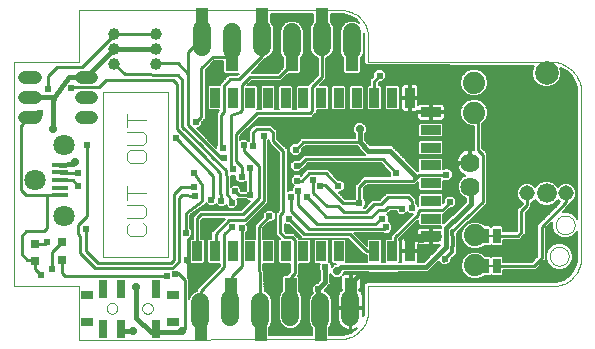
<source format=gtl>
G75*
G70*
%OFA0B0*%
%FSLAX24Y24*%
%IPPOS*%
%LPD*%
%AMOC8*
5,1,8,0,0,1.08239X$1,22.5*
%
%ADD10C,0.0000*%
%ADD11C,0.0039*%
%ADD12R,0.0315X0.0315*%
%ADD13R,0.0320X0.0660*%
%ADD14R,0.0660X0.0320*%
%ADD15C,0.0433*%
%ADD16C,0.0740*%
%ADD17C,0.0640*%
%ADD18R,0.0551X0.0138*%
%ADD19C,0.0709*%
%ADD20R,0.0394X0.0315*%
%ADD21R,0.0276X0.0591*%
%ADD22C,0.0397*%
%ADD23R,0.0394X0.0787*%
%ADD24C,0.0600*%
%ADD25C,0.0515*%
%ADD26C,0.0660*%
%ADD27C,0.0787*%
%ADD28C,0.0080*%
%ADD29R,0.0250X0.0500*%
%ADD30C,0.0059*%
%ADD31C,0.0238*%
%ADD32C,0.0160*%
%ADD33C,0.0098*%
%ADD34C,0.0060*%
%ADD35C,0.0277*%
%ADD36C,0.0100*%
%ADD37OC8,0.0238*%
%ADD38C,0.0120*%
%ADD39C,0.0157*%
D10*
X003148Y002009D02*
X003148Y009489D01*
X005313Y009489D01*
X005313Y011222D01*
X013990Y011206D01*
X014935Y010418D02*
X014935Y009501D01*
X021061Y009489D01*
X021123Y009487D01*
X021184Y009481D01*
X021245Y009472D01*
X021306Y009458D01*
X021365Y009441D01*
X021423Y009420D01*
X021480Y009395D01*
X021535Y009367D01*
X021588Y009336D01*
X021639Y009301D01*
X021688Y009263D01*
X021735Y009222D01*
X021778Y009179D01*
X021819Y009132D01*
X021857Y009083D01*
X021892Y009032D01*
X021923Y008979D01*
X021951Y008924D01*
X021976Y008867D01*
X021997Y008809D01*
X022014Y008750D01*
X022028Y008689D01*
X022037Y008628D01*
X022043Y008567D01*
X022045Y008505D01*
X022045Y002974D01*
X021002Y003013D02*
X021004Y003048D01*
X021010Y003083D01*
X021020Y003117D01*
X021033Y003150D01*
X021050Y003181D01*
X021071Y003209D01*
X021094Y003236D01*
X021121Y003259D01*
X021149Y003280D01*
X021180Y003297D01*
X021213Y003310D01*
X021247Y003320D01*
X021282Y003326D01*
X021317Y003328D01*
X021352Y003326D01*
X021387Y003320D01*
X021421Y003310D01*
X021454Y003297D01*
X021485Y003280D01*
X021513Y003259D01*
X021540Y003236D01*
X021563Y003209D01*
X021584Y003181D01*
X021601Y003150D01*
X021614Y003117D01*
X021624Y003083D01*
X021630Y003048D01*
X021632Y003013D01*
X021630Y002978D01*
X021624Y002943D01*
X021614Y002909D01*
X021601Y002876D01*
X021584Y002845D01*
X021563Y002817D01*
X021540Y002790D01*
X021513Y002767D01*
X021485Y002746D01*
X021454Y002729D01*
X021421Y002716D01*
X021387Y002706D01*
X021352Y002700D01*
X021317Y002698D01*
X021282Y002700D01*
X021247Y002706D01*
X021213Y002716D01*
X021180Y002729D01*
X021149Y002746D01*
X021121Y002767D01*
X021094Y002790D01*
X021071Y002817D01*
X021050Y002845D01*
X021033Y002876D01*
X021020Y002909D01*
X021010Y002943D01*
X021004Y002978D01*
X021002Y003013D01*
X021081Y002009D02*
X021142Y002011D01*
X021202Y002017D01*
X021262Y002026D01*
X021321Y002039D01*
X021379Y002056D01*
X021436Y002077D01*
X021492Y002101D01*
X021546Y002128D01*
X021598Y002159D01*
X021648Y002193D01*
X021696Y002230D01*
X021742Y002271D01*
X021784Y002313D01*
X021825Y002359D01*
X021862Y002407D01*
X021896Y002457D01*
X021927Y002509D01*
X021954Y002563D01*
X021978Y002619D01*
X021999Y002676D01*
X022016Y002734D01*
X022029Y002793D01*
X022038Y002853D01*
X022044Y002913D01*
X022046Y002974D01*
X021199Y004056D02*
X021201Y004091D01*
X021207Y004126D01*
X021217Y004160D01*
X021230Y004193D01*
X021247Y004224D01*
X021268Y004252D01*
X021291Y004279D01*
X021318Y004302D01*
X021346Y004323D01*
X021377Y004340D01*
X021410Y004353D01*
X021444Y004363D01*
X021479Y004369D01*
X021514Y004371D01*
X021549Y004369D01*
X021584Y004363D01*
X021618Y004353D01*
X021651Y004340D01*
X021682Y004323D01*
X021710Y004302D01*
X021737Y004279D01*
X021760Y004252D01*
X021781Y004224D01*
X021798Y004193D01*
X021811Y004160D01*
X021821Y004126D01*
X021827Y004091D01*
X021829Y004056D01*
X021827Y004021D01*
X021821Y003986D01*
X021811Y003952D01*
X021798Y003919D01*
X021781Y003888D01*
X021760Y003860D01*
X021737Y003833D01*
X021710Y003810D01*
X021682Y003789D01*
X021651Y003772D01*
X021618Y003759D01*
X021584Y003749D01*
X021549Y003743D01*
X021514Y003741D01*
X021479Y003743D01*
X021444Y003749D01*
X021410Y003759D01*
X021377Y003772D01*
X021346Y003789D01*
X021318Y003810D01*
X021291Y003833D01*
X021268Y003860D01*
X021247Y003888D01*
X021230Y003919D01*
X021217Y003952D01*
X021207Y003986D01*
X021201Y004021D01*
X021199Y004056D01*
X021081Y002009D02*
X014951Y002021D01*
X014951Y001210D01*
X014949Y001149D01*
X014943Y001089D01*
X014934Y001029D01*
X014921Y000970D01*
X014904Y000912D01*
X014883Y000855D01*
X014859Y000799D01*
X014832Y000745D01*
X014801Y000693D01*
X014767Y000643D01*
X014730Y000595D01*
X014689Y000549D01*
X014647Y000507D01*
X014601Y000466D01*
X014553Y000429D01*
X014503Y000395D01*
X014451Y000364D01*
X014397Y000337D01*
X014341Y000313D01*
X014284Y000292D01*
X014226Y000275D01*
X014167Y000262D01*
X014107Y000253D01*
X014047Y000247D01*
X013986Y000245D01*
X005293Y000237D01*
X005293Y002009D01*
X003148Y002009D01*
X006234Y001273D02*
X006236Y001299D01*
X006242Y001325D01*
X006252Y001350D01*
X006265Y001373D01*
X006281Y001393D01*
X006301Y001411D01*
X006323Y001426D01*
X006346Y001438D01*
X006372Y001446D01*
X006398Y001450D01*
X006424Y001450D01*
X006450Y001446D01*
X006476Y001438D01*
X006500Y001426D01*
X006521Y001411D01*
X006541Y001393D01*
X006557Y001373D01*
X006570Y001350D01*
X006580Y001325D01*
X006586Y001299D01*
X006588Y001273D01*
X006586Y001247D01*
X006580Y001221D01*
X006570Y001196D01*
X006557Y001173D01*
X006541Y001153D01*
X006521Y001135D01*
X006499Y001120D01*
X006476Y001108D01*
X006450Y001100D01*
X006424Y001096D01*
X006398Y001096D01*
X006372Y001100D01*
X006346Y001108D01*
X006322Y001120D01*
X006301Y001135D01*
X006281Y001153D01*
X006265Y001173D01*
X006252Y001196D01*
X006242Y001221D01*
X006236Y001247D01*
X006234Y001273D01*
X007415Y001273D02*
X007417Y001299D01*
X007423Y001325D01*
X007433Y001350D01*
X007446Y001373D01*
X007462Y001393D01*
X007482Y001411D01*
X007504Y001426D01*
X007527Y001438D01*
X007553Y001446D01*
X007579Y001450D01*
X007605Y001450D01*
X007631Y001446D01*
X007657Y001438D01*
X007681Y001426D01*
X007702Y001411D01*
X007722Y001393D01*
X007738Y001373D01*
X007751Y001350D01*
X007761Y001325D01*
X007767Y001299D01*
X007769Y001273D01*
X007767Y001247D01*
X007761Y001221D01*
X007751Y001196D01*
X007738Y001173D01*
X007722Y001153D01*
X007702Y001135D01*
X007680Y001120D01*
X007657Y001108D01*
X007631Y001100D01*
X007605Y001096D01*
X007579Y001096D01*
X007553Y001100D01*
X007527Y001108D01*
X007503Y001120D01*
X007482Y001135D01*
X007462Y001153D01*
X007446Y001173D01*
X007433Y001196D01*
X007423Y001221D01*
X007417Y001247D01*
X007415Y001273D01*
X007447Y003682D02*
X007007Y003682D01*
X006896Y003792D01*
X006896Y004012D01*
X007007Y004123D01*
X006896Y004290D02*
X007447Y004290D01*
X007557Y004400D01*
X007557Y004620D01*
X007447Y004730D01*
X006896Y004730D01*
X006896Y004898D02*
X006896Y005338D01*
X006896Y005118D02*
X007557Y005118D01*
X007447Y006113D02*
X007007Y006113D01*
X006896Y006223D01*
X006896Y006443D01*
X007007Y006553D01*
X007447Y006553D01*
X007557Y006443D01*
X007557Y006223D01*
X007447Y006113D01*
X007447Y006721D02*
X006896Y006721D01*
X007447Y006721D02*
X007557Y006831D01*
X007557Y007051D01*
X007447Y007161D01*
X006896Y007161D01*
X006896Y007328D02*
X006896Y007769D01*
X006896Y007549D02*
X007557Y007549D01*
X007447Y004123D02*
X007557Y004012D01*
X007557Y003792D01*
X007447Y003682D01*
X013990Y011206D02*
X014047Y011210D01*
X014104Y011209D01*
X014161Y011205D01*
X014217Y011197D01*
X014273Y011186D01*
X014328Y011171D01*
X014382Y011152D01*
X014434Y011130D01*
X014485Y011104D01*
X014534Y011075D01*
X014581Y011043D01*
X014626Y011008D01*
X014668Y010970D01*
X014708Y010930D01*
X014746Y010887D01*
X014780Y010841D01*
X014811Y010794D01*
X014839Y010744D01*
X014864Y010693D01*
X014886Y010640D01*
X014903Y010586D01*
X014918Y010531D01*
X014928Y010475D01*
X014935Y010419D01*
D11*
X008285Y008485D02*
X008285Y002974D01*
X006100Y002974D01*
X006100Y008485D01*
X008285Y008485D01*
D12*
X004750Y003474D03*
X003833Y003428D03*
X003833Y002838D03*
X004750Y002883D03*
D13*
X009246Y003178D03*
X009837Y003178D03*
X010427Y003178D03*
X011018Y003178D03*
X011608Y003178D03*
X012199Y003178D03*
X012789Y003178D03*
X013380Y003178D03*
X013970Y003178D03*
X015151Y003178D03*
X015742Y003178D03*
X016333Y003178D03*
X016333Y008296D03*
X015742Y008296D03*
X015151Y008296D03*
X014561Y008296D03*
X013970Y008296D03*
X013380Y008296D03*
X012789Y008296D03*
X012199Y008296D03*
X011608Y008296D03*
X011018Y008296D03*
X010427Y008296D03*
X009837Y008296D03*
D14*
X017037Y007812D03*
X017037Y007222D03*
X017037Y006631D03*
X017037Y006040D03*
X017037Y005450D03*
X017037Y004859D03*
X017037Y004269D03*
X017037Y003678D03*
D15*
X005722Y007643D02*
X005368Y007643D01*
X005722Y007643D02*
X005722Y007643D01*
X005368Y007643D01*
X005368Y007643D01*
X005368Y008312D02*
X005722Y008312D01*
X005722Y008312D01*
X005368Y008312D01*
X005368Y008312D01*
X005368Y008981D02*
X005722Y008981D01*
X005722Y008981D01*
X005368Y008981D01*
X005368Y008981D01*
X003832Y008981D02*
X003478Y008981D01*
X003832Y008981D02*
X003832Y008981D01*
X003478Y008981D01*
X003478Y008981D01*
X003478Y008312D02*
X003832Y008312D01*
X003832Y008312D01*
X003478Y008312D01*
X003478Y008312D01*
X003478Y007643D02*
X003832Y007643D01*
X003832Y007643D01*
X003478Y007643D01*
X003478Y007643D01*
D16*
X018478Y007800D03*
X018478Y008800D03*
X018514Y003706D03*
X018514Y002706D03*
D17*
X018344Y005336D03*
X018344Y006123D03*
D18*
X004683Y006064D03*
X004683Y005808D03*
X004683Y005552D03*
X004683Y005296D03*
X004683Y005040D03*
D19*
X004821Y004371D03*
X003837Y005552D03*
X004821Y006733D03*
D20*
X005561Y001706D03*
X005565Y000836D03*
X008443Y000836D03*
X008443Y001706D03*
D21*
X007888Y001934D03*
X006707Y001934D03*
X006116Y001934D03*
X006116Y000584D03*
X006707Y000584D03*
X007888Y000584D03*
D22*
X007872Y009430D03*
X007872Y009922D03*
X007872Y010414D03*
X006474Y010414D03*
X006474Y009922D03*
X006474Y009430D03*
D23*
X009407Y010887D03*
X011407Y010887D03*
X013407Y010887D03*
X012407Y009588D03*
X010407Y009588D03*
X014407Y009588D03*
X014368Y001891D03*
X012368Y001891D03*
X010368Y001891D03*
X009368Y000592D03*
X011368Y000592D03*
X013368Y000592D03*
D24*
X013358Y000890D02*
X013358Y001490D01*
X012358Y001590D02*
X012358Y000990D01*
X011358Y000890D02*
X011358Y001490D01*
X010358Y001590D02*
X010358Y000990D01*
X009358Y000890D02*
X009358Y001490D01*
X014358Y001590D02*
X014358Y000990D01*
X014407Y009877D02*
X014407Y010477D01*
X013407Y010577D02*
X013407Y009977D01*
X012407Y009877D02*
X012407Y010477D01*
X011407Y010577D02*
X011407Y009977D01*
X010407Y009877D02*
X010407Y010477D01*
X009407Y010577D02*
X009407Y009977D01*
D25*
X020242Y005105D03*
X021541Y005105D03*
D26*
X020892Y005105D03*
D27*
X020892Y009121D03*
D28*
X019183Y003702D02*
X018883Y003702D01*
X018883Y002698D02*
X019183Y002698D01*
D29*
X019233Y002698D03*
X018833Y002698D03*
X018833Y003702D03*
X019233Y003702D03*
D30*
X019448Y003841D02*
X019448Y003989D01*
X019395Y004041D01*
X019071Y004041D01*
X019033Y004003D01*
X018995Y004041D01*
X018828Y004041D01*
X018774Y004095D01*
X018605Y004165D01*
X018422Y004165D01*
X018253Y004095D01*
X018124Y003966D01*
X018054Y003797D01*
X018054Y003614D01*
X018124Y003445D01*
X018253Y003316D01*
X018422Y003246D01*
X018605Y003246D01*
X018774Y003316D01*
X018820Y003362D01*
X018995Y003362D01*
X019033Y003400D01*
X019034Y003400D01*
X019033Y003400D02*
X019071Y003362D01*
X019395Y003362D01*
X019448Y003415D01*
X019448Y003562D01*
X019997Y003562D01*
X020115Y003680D01*
X020197Y003762D01*
X020197Y004471D01*
X020292Y004566D01*
X020374Y004648D01*
X020374Y004784D01*
X020439Y004811D01*
X020524Y004897D01*
X020536Y004868D01*
X020654Y004750D01*
X020808Y004686D01*
X020975Y004686D01*
X021129Y004750D01*
X021247Y004868D01*
X021259Y004897D01*
X021344Y004812D01*
X020587Y004055D01*
X020587Y003012D01*
X020413Y002837D01*
X019448Y002837D01*
X019448Y002985D01*
X019395Y003037D01*
X019071Y003037D01*
X019033Y003000D01*
X018995Y003037D01*
X018832Y003037D01*
X018774Y003095D01*
X018605Y003165D01*
X018422Y003165D01*
X018253Y003095D01*
X018124Y002966D01*
X018054Y002797D01*
X018054Y002614D01*
X018124Y002445D01*
X018253Y002316D01*
X018422Y002246D01*
X018605Y002246D01*
X018774Y002316D01*
X018816Y002358D01*
X018995Y002358D01*
X019033Y002396D01*
X019071Y002358D01*
X019395Y002358D01*
X019448Y002411D01*
X019448Y002558D01*
X020528Y002558D01*
X020784Y002814D01*
X020866Y002896D01*
X020866Y003939D01*
X021069Y004143D01*
X021069Y003968D01*
X021137Y003804D01*
X021262Y003679D01*
X021425Y003612D01*
X021602Y003612D01*
X021765Y003679D01*
X021891Y003804D01*
X021916Y003865D01*
X021916Y002974D01*
X021905Y002843D01*
X021825Y002594D01*
X021671Y002383D01*
X021460Y002229D01*
X021211Y002149D01*
X021081Y002138D01*
X015004Y002150D01*
X014951Y002150D01*
X014897Y002150D01*
X014859Y002113D01*
X014821Y002075D01*
X014821Y002075D01*
X014821Y002074D01*
X014821Y002021D01*
X014821Y001967D01*
X014821Y001210D01*
X014811Y001079D01*
X014788Y001008D01*
X014788Y001261D01*
X014388Y001261D01*
X014388Y001320D01*
X014788Y001320D01*
X014788Y001624D01*
X014777Y001691D01*
X014756Y001755D01*
X014726Y001816D01*
X014694Y001858D01*
X014694Y001861D01*
X014692Y001861D01*
X014686Y001870D01*
X014638Y001918D01*
X014635Y001920D01*
X014694Y001920D01*
X014694Y002302D01*
X014686Y002335D01*
X014669Y002364D01*
X018206Y002364D01*
X018148Y002421D02*
X014135Y002421D01*
X014140Y002426D02*
X014140Y002485D01*
X014908Y002485D01*
X014954Y002479D01*
X014964Y002469D01*
X015022Y002469D01*
X015080Y002461D01*
X015090Y002469D01*
X016796Y002473D01*
X016797Y002472D01*
X016866Y002473D01*
X016935Y002473D01*
X016936Y002475D01*
X016938Y002475D01*
X016985Y002524D01*
X017034Y002573D01*
X017034Y002575D01*
X017261Y002812D01*
X017293Y002844D01*
X017293Y002828D01*
X017309Y002812D01*
X017309Y002809D01*
X017397Y002722D01*
X017400Y002722D01*
X017415Y002706D01*
X017588Y002706D01*
X017710Y002828D01*
X017710Y002912D01*
X017863Y003064D01*
X017907Y003107D01*
X017907Y003108D01*
X017907Y003170D01*
X020587Y003170D01*
X020587Y003227D02*
X017908Y003227D01*
X017907Y003170D02*
X017911Y003445D01*
X017913Y003448D01*
X017911Y003507D01*
X017912Y003565D01*
X017909Y003568D01*
X017901Y003798D01*
X018837Y004681D01*
X018840Y004681D01*
X018879Y004720D01*
X018919Y004758D01*
X018919Y004761D01*
X018921Y004763D01*
X018921Y004818D01*
X018923Y004874D01*
X018921Y004876D01*
X018917Y006344D01*
X018919Y006346D01*
X018917Y006401D01*
X018917Y006457D01*
X018915Y006459D01*
X018915Y006461D01*
X018874Y006499D01*
X018835Y006538D01*
X018832Y006538D01*
X018744Y006621D01*
X018744Y007416D01*
X018868Y007540D01*
X018938Y007709D01*
X018938Y007892D01*
X018868Y008061D01*
X018739Y008190D01*
X018570Y008260D01*
X018387Y008260D01*
X018218Y008190D01*
X018089Y008061D01*
X018019Y007892D01*
X018019Y007709D01*
X018089Y007540D01*
X018218Y007411D01*
X018387Y007341D01*
X018465Y007341D01*
X018465Y006615D01*
X018463Y006613D01*
X018465Y006558D01*
X018465Y006557D01*
X018450Y006562D01*
X018380Y006573D01*
X018374Y006573D01*
X018374Y006153D01*
X018315Y006153D01*
X018315Y006573D01*
X018309Y006573D01*
X018239Y006562D01*
X018172Y006540D01*
X018109Y006508D01*
X017457Y006508D01*
X017457Y006565D02*
X018263Y006565D01*
X018315Y006565D02*
X018374Y006565D01*
X018426Y006565D02*
X018464Y006565D01*
X018465Y006623D02*
X017457Y006623D01*
X017457Y006680D02*
X018465Y006680D01*
X018465Y006738D02*
X017457Y006738D01*
X017457Y006796D02*
X018465Y006796D01*
X018465Y006853D02*
X017432Y006853D01*
X017457Y006828D02*
X017404Y006881D01*
X016670Y006881D01*
X016618Y006828D01*
X016618Y006434D01*
X016670Y006381D01*
X017404Y006381D01*
X017457Y006434D01*
X017457Y006828D01*
X017404Y006972D02*
X017457Y007024D01*
X017457Y007419D01*
X017404Y007471D01*
X016670Y007471D01*
X016618Y007419D01*
X016618Y007024D01*
X016670Y006972D01*
X017404Y006972D01*
X017457Y007026D02*
X018465Y007026D01*
X018465Y007083D02*
X017457Y007083D01*
X017457Y007141D02*
X018465Y007141D01*
X018465Y007198D02*
X017457Y007198D01*
X017457Y007256D02*
X018465Y007256D01*
X018465Y007314D02*
X017457Y007314D01*
X017457Y007371D02*
X018313Y007371D01*
X018200Y007429D02*
X017447Y007429D01*
X017417Y007531D02*
X017447Y007548D01*
X017471Y007573D01*
X017488Y007602D01*
X017497Y007635D01*
X017497Y007783D01*
X017067Y007783D01*
X017067Y007842D01*
X017008Y007842D01*
X017008Y008102D01*
X016690Y008102D01*
X016657Y008093D01*
X016628Y008076D01*
X016622Y008070D01*
X016622Y008267D01*
X016362Y008267D01*
X016362Y008326D01*
X016303Y008326D01*
X016303Y008756D01*
X016156Y008756D01*
X016123Y008747D01*
X016093Y008730D01*
X016069Y008706D01*
X016052Y008676D01*
X016043Y008643D01*
X016043Y008326D01*
X016303Y008326D01*
X016303Y008267D01*
X016043Y008267D01*
X016043Y007949D01*
X016052Y007916D01*
X016069Y007887D01*
X016093Y007863D01*
X016123Y007846D01*
X016156Y007837D01*
X016303Y007837D01*
X016303Y008267D01*
X016362Y008267D01*
X016362Y007837D01*
X016510Y007837D01*
X016543Y007846D01*
X016572Y007863D01*
X016578Y007868D01*
X016578Y007842D01*
X017008Y007842D01*
X017008Y007783D01*
X016578Y007783D01*
X016578Y007635D01*
X016587Y007602D01*
X016604Y007573D01*
X016628Y007548D01*
X016657Y007531D01*
X016690Y007523D01*
X017008Y007523D01*
X017008Y007783D01*
X017067Y007783D01*
X017067Y007523D01*
X017384Y007523D01*
X017417Y007531D01*
X017439Y007544D02*
X018087Y007544D01*
X018063Y007601D02*
X017488Y007601D01*
X017497Y007659D02*
X018039Y007659D01*
X018019Y007716D02*
X017497Y007716D01*
X017497Y007774D02*
X018019Y007774D01*
X018019Y007832D02*
X017067Y007832D01*
X017067Y007842D02*
X017497Y007842D01*
X017497Y007989D01*
X017488Y008022D01*
X017471Y008052D01*
X017447Y008076D01*
X017417Y008093D01*
X017384Y008102D01*
X017067Y008102D01*
X017067Y007842D01*
X017067Y007889D02*
X017008Y007889D01*
X017008Y007832D02*
X013228Y007832D01*
X013228Y007798D02*
X013228Y007877D01*
X013577Y007877D01*
X013629Y007929D01*
X013629Y008663D01*
X013577Y008716D01*
X013339Y008716D01*
X013465Y008842D01*
X013547Y008924D01*
X013547Y009613D01*
X013628Y009646D01*
X013738Y009756D01*
X013797Y009899D01*
X013797Y010654D01*
X013738Y010797D01*
X013694Y010841D01*
X013694Y011077D01*
X013943Y011076D01*
X013948Y011072D01*
X013996Y011076D01*
X014043Y011076D01*
X014045Y011077D01*
X014118Y011078D01*
X014344Y011027D01*
X014543Y010908D01*
X014655Y010780D01*
X014628Y010807D01*
X014485Y010866D01*
X014330Y010866D01*
X014187Y010807D01*
X014077Y010697D01*
X014018Y010554D01*
X014018Y009799D01*
X014077Y009656D01*
X014121Y009612D01*
X014121Y009157D01*
X014173Y009104D01*
X014641Y009104D01*
X014694Y009157D01*
X014694Y009612D01*
X014738Y009656D01*
X014797Y009799D01*
X014797Y010460D01*
X014805Y010410D01*
X014805Y009501D01*
X014694Y009501D01*
X014694Y009558D02*
X014805Y009558D01*
X014805Y009501D02*
X014805Y009448D01*
X014805Y009448D01*
X014805Y009447D01*
X014843Y009410D01*
X014881Y009372D01*
X014881Y009372D01*
X014881Y009372D01*
X014935Y009372D01*
X020468Y009361D01*
X020408Y009217D01*
X020408Y009025D01*
X020482Y008847D01*
X020618Y008711D01*
X020796Y008638D01*
X020988Y008638D01*
X021165Y008711D01*
X021301Y008847D01*
X021375Y009025D01*
X021375Y009217D01*
X021340Y009302D01*
X021449Y009267D01*
X021665Y009109D01*
X021822Y008893D01*
X021905Y008639D01*
X021916Y008505D01*
X021916Y004247D01*
X021891Y004308D01*
X021765Y004433D01*
X021602Y004501D01*
X021427Y004501D01*
X021599Y004673D01*
X021681Y004754D01*
X021681Y004788D01*
X021738Y004811D01*
X021835Y004909D01*
X021888Y005036D01*
X021888Y005174D01*
X021835Y005302D01*
X021738Y005400D01*
X021610Y005452D01*
X021472Y005452D01*
X021345Y005400D01*
X021259Y005314D01*
X021247Y005343D01*
X021129Y005461D01*
X020975Y005525D01*
X020808Y005525D01*
X020654Y005461D01*
X020536Y005343D01*
X020524Y005314D01*
X020439Y005400D01*
X020311Y005452D01*
X020173Y005452D01*
X020045Y005400D01*
X019948Y005302D01*
X019895Y005174D01*
X019895Y005036D01*
X019948Y004909D01*
X020045Y004811D01*
X020095Y004791D01*
X020095Y004764D01*
X019917Y004586D01*
X019917Y003878D01*
X019881Y003841D01*
X019448Y003841D01*
X019448Y003860D02*
X019900Y003860D01*
X019917Y003918D02*
X019448Y003918D01*
X019448Y003975D02*
X019917Y003975D01*
X019917Y004033D02*
X019404Y004033D01*
X019063Y004033D02*
X019004Y004033D01*
X018779Y004090D02*
X019917Y004090D01*
X019917Y004148D02*
X018647Y004148D01*
X018455Y004321D02*
X019917Y004321D01*
X019917Y004378D02*
X018516Y004378D01*
X018577Y004436D02*
X019917Y004436D01*
X019917Y004493D02*
X018638Y004493D01*
X018699Y004551D02*
X019917Y004551D01*
X019940Y004608D02*
X018760Y004608D01*
X018822Y004666D02*
X019997Y004666D01*
X020055Y004724D02*
X018883Y004724D01*
X018921Y004781D02*
X020095Y004781D01*
X020018Y004839D02*
X018922Y004839D01*
X018921Y004896D02*
X019960Y004896D01*
X019929Y004954D02*
X018921Y004954D01*
X018920Y005011D02*
X019905Y005011D01*
X019895Y005069D02*
X018920Y005069D01*
X018920Y005126D02*
X019895Y005126D01*
X019899Y005184D02*
X018920Y005184D01*
X018920Y005242D02*
X019923Y005242D01*
X019947Y005299D02*
X018920Y005299D01*
X018920Y005357D02*
X020003Y005357D01*
X020081Y005414D02*
X018919Y005414D01*
X018919Y005472D02*
X020680Y005472D01*
X020607Y005414D02*
X020403Y005414D01*
X020481Y005357D02*
X020550Y005357D01*
X021103Y005472D02*
X021916Y005472D01*
X021916Y005529D02*
X018919Y005529D01*
X018919Y005587D02*
X021916Y005587D01*
X021916Y005644D02*
X018919Y005644D01*
X018919Y005702D02*
X021916Y005702D01*
X021916Y005760D02*
X018919Y005760D01*
X018918Y005817D02*
X021916Y005817D01*
X021916Y005875D02*
X018918Y005875D01*
X018918Y005932D02*
X021916Y005932D01*
X021916Y005990D02*
X018918Y005990D01*
X018918Y006047D02*
X021916Y006047D01*
X021916Y006105D02*
X018918Y006105D01*
X018918Y006162D02*
X021916Y006162D01*
X021916Y006220D02*
X018917Y006220D01*
X018917Y006278D02*
X021916Y006278D01*
X021916Y006335D02*
X018917Y006335D01*
X018917Y006393D02*
X021916Y006393D01*
X021916Y006450D02*
X018917Y006450D01*
X018866Y006508D02*
X021916Y006508D01*
X021916Y006565D02*
X018803Y006565D01*
X018744Y006623D02*
X021916Y006623D01*
X021916Y006680D02*
X018744Y006680D01*
X018744Y006738D02*
X021916Y006738D01*
X021916Y006796D02*
X018744Y006796D01*
X018744Y006853D02*
X021916Y006853D01*
X021916Y006911D02*
X018744Y006911D01*
X018744Y006968D02*
X021916Y006968D01*
X021916Y007026D02*
X018744Y007026D01*
X018744Y007083D02*
X021916Y007083D01*
X021916Y007141D02*
X018744Y007141D01*
X018744Y007198D02*
X021916Y007198D01*
X021916Y007256D02*
X018744Y007256D01*
X018744Y007314D02*
X021916Y007314D01*
X021916Y007371D02*
X018744Y007371D01*
X018757Y007429D02*
X021916Y007429D01*
X021916Y007486D02*
X018814Y007486D01*
X018869Y007544D02*
X021916Y007544D01*
X021916Y007601D02*
X018893Y007601D01*
X018917Y007659D02*
X021916Y007659D01*
X021916Y007716D02*
X018938Y007716D01*
X018938Y007774D02*
X021916Y007774D01*
X021916Y007832D02*
X018938Y007832D01*
X018938Y007889D02*
X021916Y007889D01*
X021916Y007947D02*
X018915Y007947D01*
X018891Y008004D02*
X021916Y008004D01*
X021916Y008062D02*
X018867Y008062D01*
X018809Y008119D02*
X021916Y008119D01*
X021916Y008177D02*
X018751Y008177D01*
X018631Y008234D02*
X021916Y008234D01*
X021916Y008292D02*
X016362Y008292D01*
X016362Y008326D02*
X016622Y008326D01*
X016622Y008643D01*
X016613Y008676D01*
X016596Y008706D01*
X016572Y008730D01*
X016543Y008747D01*
X016510Y008756D01*
X016362Y008756D01*
X016362Y008326D01*
X016362Y008350D02*
X016303Y008350D01*
X016303Y008407D02*
X016362Y008407D01*
X016362Y008465D02*
X016303Y008465D01*
X016303Y008522D02*
X016362Y008522D01*
X016362Y008580D02*
X016303Y008580D01*
X016303Y008637D02*
X016362Y008637D01*
X016362Y008695D02*
X016303Y008695D01*
X016303Y008752D02*
X016362Y008752D01*
X016522Y008752D02*
X018019Y008752D01*
X018019Y008709D02*
X018089Y008540D01*
X018218Y008411D01*
X018387Y008341D01*
X018570Y008341D01*
X018739Y008411D01*
X018868Y008540D01*
X018938Y008709D01*
X018938Y008892D01*
X018868Y009061D01*
X018739Y009190D01*
X018570Y009260D01*
X018387Y009260D01*
X018218Y009190D01*
X018089Y009061D01*
X018019Y008892D01*
X018019Y008709D01*
X018025Y008695D02*
X016603Y008695D01*
X016622Y008637D02*
X018048Y008637D01*
X018072Y008580D02*
X016622Y008580D01*
X016622Y008522D02*
X018106Y008522D01*
X018164Y008465D02*
X016622Y008465D01*
X016622Y008407D02*
X018227Y008407D01*
X018365Y008350D02*
X016622Y008350D01*
X016622Y008234D02*
X018326Y008234D01*
X018205Y008177D02*
X016622Y008177D01*
X016622Y008119D02*
X018147Y008119D01*
X018090Y008062D02*
X017461Y008062D01*
X017493Y008004D02*
X018065Y008004D01*
X018042Y007947D02*
X017497Y007947D01*
X017497Y007889D02*
X018019Y007889D01*
X018142Y007486D02*
X011145Y007486D01*
X011087Y007429D02*
X014524Y007429D01*
X014569Y007473D02*
X014435Y007340D01*
X014435Y007151D01*
X014494Y007092D01*
X014494Y006952D01*
X012720Y006952D01*
X012638Y006870D01*
X012545Y006777D01*
X012447Y006777D01*
X012325Y006654D01*
X012325Y006482D01*
X012447Y006359D01*
X012620Y006359D01*
X012742Y006482D01*
X012742Y006579D01*
X012835Y006673D01*
X014563Y006673D01*
X014769Y006466D01*
X014832Y006403D01*
X012926Y006401D01*
X012924Y006403D01*
X012869Y006400D01*
X012814Y006400D01*
X012812Y006398D01*
X012808Y006398D01*
X012771Y006357D01*
X012732Y006318D01*
X012732Y006315D01*
X012654Y006230D01*
X012651Y006233D01*
X012478Y006233D01*
X012356Y006111D01*
X012356Y005938D01*
X012478Y005816D01*
X012651Y005816D01*
X012773Y005938D01*
X012773Y005945D01*
X012795Y005967D01*
X012795Y005970D01*
X012933Y006121D01*
X015373Y006125D01*
X015667Y005802D01*
X015667Y005694D01*
X015689Y005672D01*
X014799Y005672D01*
X014598Y005471D01*
X014516Y005389D01*
X014516Y004948D01*
X014500Y004932D01*
X014182Y004932D01*
X013967Y005147D01*
X014041Y005147D01*
X014163Y005269D01*
X014163Y005442D01*
X014041Y005564D01*
X013948Y005564D01*
X013681Y005844D01*
X013681Y005846D01*
X013641Y005886D01*
X013602Y005927D01*
X013600Y005927D01*
X013599Y005928D01*
X013543Y005928D01*
X013487Y005929D01*
X013485Y005928D01*
X013025Y005928D01*
X013023Y005930D01*
X012968Y005928D01*
X012913Y005928D01*
X012910Y005926D01*
X012907Y005926D01*
X012870Y005885D01*
X012831Y005846D01*
X012831Y005843D01*
X012701Y005703D01*
X012663Y005741D01*
X012490Y005741D01*
X012368Y005619D01*
X012368Y005446D01*
X012461Y005353D01*
X012396Y005288D01*
X012396Y005210D01*
X012274Y005210D01*
X012263Y005199D01*
X012263Y006573D01*
X012084Y006753D01*
X011948Y006889D01*
X011948Y006890D01*
X011909Y006929D01*
X011909Y007205D01*
X011791Y007323D01*
X011709Y007404D01*
X011169Y007404D01*
X011043Y007278D01*
X010961Y007197D01*
X010961Y006849D01*
X010954Y006843D01*
X010883Y006914D01*
X010710Y006914D01*
X010689Y006892D01*
X010689Y007030D01*
X011296Y007637D01*
X013068Y007637D01*
X013146Y007716D01*
X013228Y007798D01*
X013204Y007774D02*
X016578Y007774D01*
X016578Y007716D02*
X013147Y007716D01*
X013089Y007659D02*
X016578Y007659D01*
X016587Y007601D02*
X011260Y007601D01*
X011203Y007544D02*
X016636Y007544D01*
X016628Y007429D02*
X014803Y007429D01*
X014758Y007473D02*
X014892Y007340D01*
X014892Y007151D01*
X014833Y007092D01*
X014833Y006882D01*
X015009Y006706D01*
X015737Y006706D01*
X016575Y005869D01*
X016618Y005869D01*
X016618Y006238D01*
X016670Y006290D01*
X017404Y006290D01*
X017457Y006238D01*
X017457Y005924D01*
X017471Y005938D01*
X017643Y005938D01*
X017766Y005816D01*
X017766Y005643D01*
X017643Y005521D01*
X017471Y005521D01*
X017457Y005535D01*
X017457Y005253D01*
X017404Y005200D01*
X016670Y005200D01*
X016618Y005253D01*
X016618Y005504D01*
X016566Y005452D01*
X016552Y005452D01*
X016493Y005393D01*
X014914Y005393D01*
X014795Y005274D01*
X014795Y004948D01*
X014864Y004879D01*
X014864Y004706D01*
X014794Y004636D01*
X014831Y004636D01*
X015038Y004840D01*
X015078Y004880D01*
X015079Y004880D01*
X015079Y004880D01*
X015136Y004880D01*
X015309Y004880D01*
X015521Y005092D01*
X015562Y005133D01*
X015562Y005133D01*
X015620Y005133D01*
X016216Y005135D01*
X016218Y005136D01*
X016274Y005135D01*
X016329Y005135D01*
X016331Y005133D01*
X016334Y005133D01*
X016372Y005092D01*
X016411Y005053D01*
X016411Y005051D01*
X016493Y004963D01*
X016533Y004924D01*
X016533Y004921D01*
X016535Y004919D01*
X016533Y004864D01*
X016534Y004788D01*
X016604Y004717D01*
X016604Y004698D01*
X016613Y004708D01*
X016618Y004708D01*
X016618Y005056D01*
X016670Y005109D01*
X017404Y005109D01*
X017457Y005056D01*
X017457Y004798D01*
X017467Y004807D01*
X017467Y004910D01*
X017589Y005032D01*
X017761Y005032D01*
X017884Y004910D01*
X017884Y004737D01*
X017761Y004615D01*
X017670Y004615D01*
X017513Y004470D01*
X017474Y004431D01*
X017471Y004431D01*
X017468Y004429D01*
X017457Y004430D01*
X017457Y004113D01*
X017471Y004127D01*
X017476Y004127D01*
X017933Y004556D01*
X018196Y004810D01*
X018196Y004954D01*
X018112Y004989D01*
X017997Y005104D01*
X017935Y005254D01*
X017935Y005417D01*
X017997Y005568D01*
X018112Y005683D01*
X018171Y005707D01*
X018109Y005739D01*
X018052Y005780D01*
X018002Y005830D01*
X017960Y005888D01*
X017928Y005951D01*
X017906Y006018D01*
X017895Y006088D01*
X017895Y006094D01*
X018315Y006094D01*
X018315Y006153D01*
X017895Y006153D01*
X017895Y006158D01*
X017906Y006228D01*
X017928Y006296D01*
X017960Y006359D01*
X018002Y006416D01*
X018052Y006466D01*
X018109Y006508D01*
X018036Y006450D02*
X017457Y006450D01*
X017416Y006393D02*
X017985Y006393D01*
X017948Y006335D02*
X016108Y006335D01*
X016051Y006393D02*
X016659Y006393D01*
X016618Y006450D02*
X015993Y006450D01*
X015936Y006508D02*
X016618Y006508D01*
X016618Y006565D02*
X015878Y006565D01*
X015821Y006623D02*
X016618Y006623D01*
X016618Y006680D02*
X015763Y006680D01*
X016166Y006278D02*
X016658Y006278D01*
X016618Y006220D02*
X016223Y006220D01*
X016281Y006162D02*
X016618Y006162D01*
X016618Y006105D02*
X016339Y006105D01*
X016396Y006047D02*
X016618Y006047D01*
X016618Y005990D02*
X016454Y005990D01*
X016511Y005932D02*
X016618Y005932D01*
X016618Y005875D02*
X016569Y005875D01*
X016586Y005472D02*
X016618Y005472D01*
X016618Y005414D02*
X016514Y005414D01*
X016618Y005357D02*
X014878Y005357D01*
X014820Y005299D02*
X016618Y005299D01*
X016629Y005242D02*
X014795Y005242D01*
X014795Y005184D02*
X017964Y005184D01*
X017988Y005126D02*
X016340Y005126D01*
X016395Y005069D02*
X016630Y005069D01*
X016618Y005011D02*
X016448Y005011D01*
X016503Y004954D02*
X016618Y004954D01*
X016618Y004896D02*
X016534Y004896D01*
X016533Y004839D02*
X016618Y004839D01*
X016618Y004781D02*
X016540Y004781D01*
X016598Y004724D02*
X016618Y004724D01*
X016427Y004422D02*
X015705Y003701D01*
X015705Y003598D01*
X015545Y003598D01*
X015493Y003545D01*
X015493Y002811D01*
X015494Y002809D01*
X015399Y002809D01*
X015401Y002811D01*
X015401Y003545D01*
X015349Y003598D01*
X014954Y003598D01*
X014902Y003545D01*
X014902Y003365D01*
X014485Y003782D01*
X014837Y003783D01*
X015445Y003783D01*
X015459Y003769D01*
X015632Y003769D01*
X015754Y003891D01*
X015754Y004064D01*
X015632Y004186D01*
X015628Y004186D01*
X015628Y004351D01*
X015562Y004417D01*
X015583Y004417D01*
X015584Y004417D01*
X015587Y004417D01*
X015668Y004499D01*
X015668Y004502D01*
X015674Y004507D01*
X015866Y004507D01*
X015982Y004391D01*
X016155Y004391D01*
X016248Y004484D01*
X016309Y004422D01*
X016427Y004422D01*
X016383Y004378D02*
X015601Y004378D01*
X015605Y004436D02*
X015937Y004436D01*
X015880Y004493D02*
X015663Y004493D01*
X015628Y004321D02*
X016325Y004321D01*
X016267Y004263D02*
X015628Y004263D01*
X015628Y004206D02*
X016210Y004206D01*
X016152Y004148D02*
X015670Y004148D01*
X015727Y004090D02*
X016095Y004090D01*
X016037Y004033D02*
X015754Y004033D01*
X015754Y003975D02*
X015980Y003975D01*
X015922Y003918D02*
X015754Y003918D01*
X015723Y003860D02*
X015865Y003860D01*
X015807Y003803D02*
X015665Y003803D01*
X015749Y003745D02*
X014522Y003745D01*
X014580Y003688D02*
X015705Y003688D01*
X015705Y003630D02*
X014637Y003630D01*
X014695Y003572D02*
X014929Y003572D01*
X014902Y003515D02*
X014752Y003515D01*
X014810Y003457D02*
X014902Y003457D01*
X014902Y003400D02*
X014867Y003400D01*
X014588Y003285D02*
X014220Y003285D01*
X014220Y003342D02*
X014530Y003342D01*
X014473Y003400D02*
X014220Y003400D01*
X014220Y003457D02*
X014415Y003457D01*
X014358Y003515D02*
X014220Y003515D01*
X014220Y003545D02*
X014167Y003598D01*
X013773Y003598D01*
X013721Y003545D01*
X013721Y002811D01*
X013773Y002759D01*
X013890Y002759D01*
X013880Y002749D01*
X013817Y002749D01*
X013730Y002662D01*
X013730Y002745D01*
X013629Y002846D01*
X013629Y003545D01*
X013577Y003598D01*
X013183Y003598D01*
X013130Y003545D01*
X013130Y002811D01*
X013183Y002759D01*
X013327Y002759D01*
X013313Y002745D01*
X013313Y002572D01*
X013352Y002533D01*
X013352Y002233D01*
X013247Y002119D01*
X013199Y002119D01*
X013077Y001997D01*
X013077Y001824D01*
X013109Y001792D01*
X013028Y001711D01*
X012969Y001568D01*
X012969Y000813D01*
X013028Y000670D01*
X013082Y000616D01*
X013082Y000374D01*
X011654Y000373D01*
X011654Y000636D01*
X011688Y000670D01*
X011748Y000813D01*
X011748Y001568D01*
X011688Y001711D01*
X011579Y001821D01*
X011493Y001856D01*
X011488Y002460D01*
X011496Y002503D01*
X011488Y002516D01*
X011487Y002532D01*
X011456Y002563D01*
X011456Y002759D01*
X011805Y002759D01*
X011858Y002811D01*
X011858Y003545D01*
X011805Y003598D01*
X011456Y003598D01*
X011456Y003942D01*
X011646Y004143D01*
X011738Y004143D01*
X011860Y004265D01*
X011860Y004438D01*
X011738Y004560D01*
X011565Y004560D01*
X011443Y004438D01*
X011443Y004334D01*
X011217Y004094D01*
X011177Y004055D01*
X011177Y004053D01*
X011176Y004051D01*
X011177Y003995D01*
X011177Y003598D01*
X010866Y003598D01*
X010866Y003783D01*
X010935Y003852D01*
X010935Y004024D01*
X010885Y004074D01*
X010902Y004074D01*
X011536Y004708D01*
X011618Y004790D01*
X011618Y004905D01*
X011614Y004909D01*
X011614Y006873D01*
X011630Y006889D01*
X011630Y006813D01*
X011710Y006733D01*
X011845Y006597D01*
X011845Y006597D01*
X011886Y006556D01*
X011926Y006515D01*
X011927Y006515D01*
X011984Y006458D01*
X011984Y004547D01*
X011886Y004449D01*
X011886Y003723D01*
X012011Y003598D01*
X012002Y003598D01*
X011949Y003545D01*
X011949Y002811D01*
X012002Y002759D01*
X012358Y002759D01*
X012358Y002514D01*
X012266Y002407D01*
X012233Y002374D01*
X012134Y002374D01*
X012082Y002322D01*
X012082Y001865D01*
X012028Y001811D01*
X011969Y001668D01*
X011969Y000913D01*
X012028Y000770D01*
X012138Y000660D01*
X012281Y000601D01*
X012436Y000601D01*
X012579Y000660D01*
X012688Y000770D01*
X012748Y000913D01*
X012748Y001668D01*
X012688Y001811D01*
X012654Y001845D01*
X012654Y002322D01*
X012605Y002371D01*
X012637Y002404D01*
X012637Y002410D01*
X012641Y002414D01*
X012637Y002467D01*
X012637Y002759D01*
X012986Y002759D01*
X013039Y002811D01*
X013039Y003545D01*
X012986Y003598D01*
X012637Y003598D01*
X012637Y003622D01*
X012556Y003704D01*
X012477Y003782D01*
X012221Y003782D01*
X012165Y003838D01*
X012165Y004094D01*
X012215Y004044D01*
X012312Y004044D01*
X012673Y003683D01*
X012755Y003602D01*
X014271Y003602D01*
X014752Y003120D01*
X014834Y003039D01*
X014902Y003039D01*
X014902Y002828D01*
X014873Y002832D01*
X014862Y002824D01*
X014220Y002824D01*
X014220Y003545D01*
X014193Y003572D02*
X014300Y003572D01*
X013748Y003572D02*
X013602Y003572D01*
X013629Y003515D02*
X013721Y003515D01*
X013721Y003457D02*
X013629Y003457D01*
X013629Y003400D02*
X013721Y003400D01*
X013721Y003342D02*
X013629Y003342D01*
X013629Y003285D02*
X013721Y003285D01*
X013721Y003227D02*
X013629Y003227D01*
X013629Y003170D02*
X013721Y003170D01*
X013721Y003112D02*
X013629Y003112D01*
X013629Y003054D02*
X013721Y003054D01*
X013721Y002997D02*
X013629Y002997D01*
X013629Y002939D02*
X013721Y002939D01*
X013721Y002882D02*
X013629Y002882D01*
X013651Y002824D02*
X013721Y002824D01*
X013708Y002767D02*
X013765Y002767D01*
X013777Y002709D02*
X013730Y002709D01*
X013691Y002418D02*
X013817Y002292D01*
X014006Y002292D01*
X014054Y002340D01*
X014050Y002335D01*
X014042Y002302D01*
X014042Y001920D01*
X014082Y001920D01*
X014078Y001918D01*
X014031Y001870D01*
X013991Y001816D01*
X013960Y001755D01*
X013939Y001691D01*
X013929Y001624D01*
X013929Y001320D01*
X014329Y001320D01*
X014329Y001368D01*
X014338Y001368D01*
X014338Y001861D01*
X014388Y001861D01*
X014388Y001320D01*
X014329Y001320D01*
X014329Y001261D01*
X014388Y001261D01*
X014388Y000561D01*
X014392Y000561D01*
X014459Y000571D01*
X014523Y000592D01*
X014577Y000620D01*
X014577Y000619D01*
X014365Y000466D01*
X014117Y000385D01*
X013986Y000375D01*
X013932Y000375D01*
X013654Y000374D01*
X013654Y000636D01*
X013688Y000670D01*
X013748Y000813D01*
X013748Y001568D01*
X013688Y001711D01*
X013579Y001821D01*
X013494Y001856D01*
X013494Y001887D01*
X013644Y002049D01*
X013691Y002096D01*
X013691Y002100D01*
X013694Y002103D01*
X013691Y002170D01*
X013691Y002418D01*
X013691Y002364D02*
X013745Y002364D01*
X013691Y002306D02*
X013803Y002306D01*
X013691Y002249D02*
X014042Y002249D01*
X014043Y002306D02*
X014020Y002306D01*
X014042Y002191D02*
X013691Y002191D01*
X013693Y002134D02*
X014042Y002134D01*
X014042Y002076D02*
X013671Y002076D01*
X013616Y002019D02*
X014042Y002019D01*
X014042Y001961D02*
X013563Y001961D01*
X013509Y001903D02*
X014064Y001903D01*
X014013Y001846D02*
X013518Y001846D01*
X013611Y001788D02*
X013977Y001788D01*
X013952Y001731D02*
X013669Y001731D01*
X013704Y001673D02*
X013936Y001673D01*
X013929Y001616D02*
X013728Y001616D01*
X013748Y001558D02*
X013929Y001558D01*
X013929Y001501D02*
X013748Y001501D01*
X013748Y001443D02*
X013929Y001443D01*
X013929Y001385D02*
X013748Y001385D01*
X013748Y001328D02*
X013929Y001328D01*
X013929Y001261D02*
X013929Y000957D01*
X013939Y000890D01*
X013960Y000826D01*
X013991Y000765D01*
X014031Y000711D01*
X014078Y000663D01*
X014133Y000623D01*
X014193Y000592D01*
X014258Y000571D01*
X014324Y000561D01*
X014329Y000561D01*
X014329Y001261D01*
X013929Y001261D01*
X013929Y001213D02*
X013748Y001213D01*
X013748Y001270D02*
X014329Y001270D01*
X014329Y001213D02*
X014388Y001213D01*
X014388Y001270D02*
X014821Y001270D01*
X014821Y001213D02*
X014788Y001213D01*
X014788Y001155D02*
X014817Y001155D01*
X014812Y001098D02*
X014788Y001098D01*
X014788Y001040D02*
X014798Y001040D01*
X014788Y001328D02*
X014821Y001328D01*
X014821Y001385D02*
X014788Y001385D01*
X014788Y001443D02*
X014821Y001443D01*
X014821Y001501D02*
X014788Y001501D01*
X014788Y001558D02*
X014821Y001558D01*
X014821Y001616D02*
X014788Y001616D01*
X014780Y001673D02*
X014821Y001673D01*
X014821Y001731D02*
X014764Y001731D01*
X014739Y001788D02*
X014821Y001788D01*
X014821Y001846D02*
X014704Y001846D01*
X014653Y001903D02*
X014821Y001903D01*
X014821Y001961D02*
X014694Y001961D01*
X014694Y002019D02*
X014821Y002019D01*
X014821Y001967D02*
X014821Y001967D01*
X014823Y002076D02*
X014694Y002076D01*
X014694Y002134D02*
X014880Y002134D01*
X014897Y002150D02*
X014897Y002150D01*
X014897Y002150D01*
X015004Y002150D02*
X015004Y002150D01*
X014694Y002191D02*
X021342Y002191D01*
X021486Y002249D02*
X018611Y002249D01*
X018750Y002306D02*
X021565Y002306D01*
X021645Y002364D02*
X019401Y002364D01*
X019448Y002421D02*
X021699Y002421D01*
X021741Y002479D02*
X019448Y002479D01*
X019448Y002536D02*
X021783Y002536D01*
X021824Y002594D02*
X021467Y002594D01*
X021405Y002568D02*
X021569Y002636D01*
X021694Y002761D01*
X021761Y002924D01*
X021761Y003101D01*
X021694Y003265D01*
X021569Y003390D01*
X021405Y003457D01*
X021228Y003457D01*
X021065Y003390D01*
X020940Y003265D01*
X020872Y003101D01*
X020872Y002924D01*
X020940Y002761D01*
X021065Y002636D01*
X021228Y002568D01*
X021405Y002568D01*
X021584Y002652D02*
X021843Y002652D01*
X021862Y002709D02*
X021642Y002709D01*
X021696Y002767D02*
X021881Y002767D01*
X021899Y002824D02*
X021720Y002824D01*
X021744Y002882D02*
X021908Y002882D01*
X021913Y002939D02*
X021761Y002939D01*
X021761Y002997D02*
X021916Y002997D01*
X021916Y003054D02*
X021761Y003054D01*
X021757Y003112D02*
X021916Y003112D01*
X021916Y003170D02*
X021733Y003170D01*
X021709Y003227D02*
X021916Y003227D01*
X021916Y003285D02*
X021674Y003285D01*
X021616Y003342D02*
X021916Y003342D01*
X021916Y003400D02*
X021544Y003400D01*
X021646Y003630D02*
X021916Y003630D01*
X021916Y003572D02*
X020866Y003572D01*
X020866Y003515D02*
X021916Y003515D01*
X021916Y003457D02*
X020866Y003457D01*
X020866Y003400D02*
X021090Y003400D01*
X021018Y003342D02*
X020866Y003342D01*
X020866Y003285D02*
X020960Y003285D01*
X020924Y003227D02*
X020866Y003227D01*
X020866Y003170D02*
X020901Y003170D01*
X020877Y003112D02*
X020866Y003112D01*
X020866Y003054D02*
X020872Y003054D01*
X020866Y002997D02*
X020872Y002997D01*
X020866Y002939D02*
X020872Y002939D01*
X020890Y002882D02*
X020852Y002882D01*
X020794Y002824D02*
X020914Y002824D01*
X020938Y002767D02*
X020737Y002767D01*
X020679Y002709D02*
X020992Y002709D01*
X021049Y002652D02*
X020621Y002652D01*
X020564Y002594D02*
X021166Y002594D01*
X020572Y002997D02*
X019436Y002997D01*
X019448Y002939D02*
X020515Y002939D01*
X020457Y002882D02*
X019448Y002882D01*
X018815Y003054D02*
X020587Y003054D01*
X020587Y003112D02*
X018734Y003112D01*
X018698Y003285D02*
X020587Y003285D01*
X020587Y003342D02*
X018800Y003342D01*
X018329Y003285D02*
X017909Y003285D01*
X017909Y003342D02*
X018227Y003342D01*
X018170Y003400D02*
X017910Y003400D01*
X017913Y003457D02*
X018119Y003457D01*
X018095Y003515D02*
X017911Y003515D01*
X017909Y003572D02*
X018072Y003572D01*
X018054Y003630D02*
X017907Y003630D01*
X017905Y003688D02*
X018054Y003688D01*
X018054Y003745D02*
X017903Y003745D01*
X017906Y003803D02*
X018056Y003803D01*
X018080Y003860D02*
X017967Y003860D01*
X018028Y003918D02*
X018104Y003918D01*
X018089Y003975D02*
X018133Y003975D01*
X018150Y004033D02*
X018191Y004033D01*
X018211Y004090D02*
X018249Y004090D01*
X018272Y004148D02*
X018381Y004148D01*
X018333Y004206D02*
X019917Y004206D01*
X019917Y004263D02*
X018394Y004263D01*
X017988Y004608D02*
X017663Y004608D01*
X017600Y004551D02*
X017928Y004551D01*
X017866Y004493D02*
X017538Y004493D01*
X017478Y004436D02*
X017805Y004436D01*
X017744Y004378D02*
X017457Y004378D01*
X017457Y004321D02*
X017682Y004321D01*
X017621Y004263D02*
X017457Y004263D01*
X017457Y004206D02*
X017560Y004206D01*
X017498Y004148D02*
X017457Y004148D01*
X017368Y004019D02*
X017368Y003968D01*
X017067Y003968D01*
X017067Y003708D01*
X017008Y003708D01*
X017008Y003968D01*
X016690Y003968D01*
X016657Y003959D01*
X016628Y003942D01*
X016604Y003918D01*
X016317Y003918D01*
X016374Y003975D02*
X017368Y003975D01*
X017368Y004019D02*
X016670Y004019D01*
X016618Y004072D01*
X016618Y004219D01*
X015984Y003585D01*
X015984Y003553D01*
X015992Y003545D01*
X015992Y002811D01*
X015991Y002810D01*
X016049Y002811D01*
X016043Y002831D01*
X016043Y003149D01*
X016303Y003149D01*
X016303Y003208D01*
X016303Y003638D01*
X016156Y003638D01*
X016123Y003629D01*
X016093Y003612D01*
X016069Y003588D01*
X016052Y003558D01*
X016043Y003525D01*
X016043Y003208D01*
X016303Y003208D01*
X016362Y003208D01*
X016362Y003638D01*
X016510Y003638D01*
X016543Y003629D01*
X016572Y003612D01*
X016578Y003606D01*
X016578Y003649D01*
X017008Y003649D01*
X017008Y003708D01*
X016578Y003708D01*
X016578Y003855D01*
X016587Y003888D01*
X016604Y003918D01*
X016579Y003860D02*
X016259Y003860D01*
X016202Y003803D02*
X016578Y003803D01*
X016578Y003745D02*
X016144Y003745D01*
X016087Y003688D02*
X017008Y003688D01*
X017008Y003649D02*
X017067Y003649D01*
X017368Y003649D01*
X017368Y003708D01*
X017067Y003708D01*
X017067Y003649D01*
X017067Y003389D01*
X017358Y003389D01*
X017068Y003098D01*
X017066Y003098D01*
X017019Y003049D01*
X016970Y003000D01*
X016970Y002998D01*
X016792Y002812D01*
X016617Y002812D01*
X016622Y002831D01*
X016622Y003149D01*
X016362Y003149D01*
X016362Y003208D01*
X016622Y003208D01*
X016622Y003420D01*
X016628Y003415D01*
X016657Y003398D01*
X016690Y003389D01*
X017008Y003389D01*
X017008Y003649D01*
X017008Y003630D02*
X017067Y003630D01*
X017067Y003572D02*
X017008Y003572D01*
X017008Y003515D02*
X017067Y003515D01*
X017067Y003457D02*
X017008Y003457D01*
X017008Y003400D02*
X017067Y003400D01*
X017254Y003285D02*
X016622Y003285D01*
X016622Y003342D02*
X017312Y003342D01*
X017197Y003227D02*
X016622Y003227D01*
X016622Y003112D02*
X017082Y003112D01*
X017139Y003170D02*
X016362Y003170D01*
X016362Y003227D02*
X016303Y003227D01*
X016303Y003170D02*
X015992Y003170D01*
X015992Y003227D02*
X016043Y003227D01*
X016043Y003285D02*
X015992Y003285D01*
X015992Y003342D02*
X016043Y003342D01*
X016043Y003400D02*
X015992Y003400D01*
X015992Y003457D02*
X016043Y003457D01*
X016043Y003515D02*
X015992Y003515D01*
X015984Y003572D02*
X016060Y003572D01*
X016029Y003630D02*
X016127Y003630D01*
X016303Y003630D02*
X016362Y003630D01*
X016362Y003572D02*
X016303Y003572D01*
X016303Y003515D02*
X016362Y003515D01*
X016362Y003457D02*
X016303Y003457D01*
X016303Y003400D02*
X016362Y003400D01*
X016362Y003342D02*
X016303Y003342D01*
X016303Y003285D02*
X016362Y003285D01*
X016622Y003400D02*
X016653Y003400D01*
X016578Y003630D02*
X016538Y003630D01*
X017008Y003745D02*
X017067Y003745D01*
X017067Y003688D02*
X017368Y003688D01*
X017067Y003803D02*
X017008Y003803D01*
X017008Y003860D02*
X017067Y003860D01*
X017067Y003918D02*
X017008Y003918D01*
X016657Y004033D02*
X016432Y004033D01*
X016489Y004090D02*
X016618Y004090D01*
X016618Y004148D02*
X016547Y004148D01*
X016605Y004206D02*
X016618Y004206D01*
X016296Y004436D02*
X016200Y004436D01*
X015326Y004896D02*
X014847Y004896D01*
X014864Y004839D02*
X015037Y004839D01*
X014979Y004781D02*
X014864Y004781D01*
X014864Y004724D02*
X014920Y004724D01*
X014862Y004666D02*
X014824Y004666D01*
X014795Y004954D02*
X015383Y004954D01*
X015441Y005011D02*
X014795Y005011D01*
X014795Y005069D02*
X015498Y005069D01*
X015556Y005126D02*
X014795Y005126D01*
X014516Y005126D02*
X013987Y005126D01*
X014045Y005069D02*
X014516Y005069D01*
X014516Y005011D02*
X014102Y005011D01*
X014160Y004954D02*
X014516Y004954D01*
X014516Y005184D02*
X014078Y005184D01*
X014136Y005242D02*
X014516Y005242D01*
X014516Y005299D02*
X014163Y005299D01*
X014163Y005357D02*
X014516Y005357D01*
X014541Y005414D02*
X014163Y005414D01*
X014133Y005472D02*
X014598Y005472D01*
X014656Y005529D02*
X014076Y005529D01*
X013927Y005587D02*
X014714Y005587D01*
X014771Y005644D02*
X013872Y005644D01*
X013817Y005702D02*
X015667Y005702D01*
X015667Y005760D02*
X013762Y005760D01*
X013707Y005817D02*
X015654Y005817D01*
X015601Y005875D02*
X013652Y005875D01*
X012918Y006105D02*
X015392Y006105D01*
X015444Y006047D02*
X012865Y006047D01*
X012813Y005990D02*
X015497Y005990D01*
X015549Y005932D02*
X012767Y005932D01*
X012710Y005875D02*
X012859Y005875D01*
X012807Y005817D02*
X012652Y005817D01*
X012754Y005760D02*
X012263Y005760D01*
X012263Y005817D02*
X012477Y005817D01*
X012420Y005875D02*
X012263Y005875D01*
X012263Y005932D02*
X012362Y005932D01*
X012356Y005990D02*
X012263Y005990D01*
X012263Y006047D02*
X012356Y006047D01*
X012356Y006105D02*
X012263Y006105D01*
X012263Y006162D02*
X012408Y006162D01*
X012465Y006220D02*
X012263Y006220D01*
X012263Y006278D02*
X012698Y006278D01*
X012749Y006335D02*
X012263Y006335D01*
X012263Y006393D02*
X012414Y006393D01*
X012356Y006450D02*
X012263Y006450D01*
X012263Y006508D02*
X012325Y006508D01*
X012325Y006565D02*
X012263Y006565D01*
X012214Y006623D02*
X012325Y006623D01*
X012351Y006680D02*
X012156Y006680D01*
X012099Y006738D02*
X012408Y006738D01*
X012564Y006796D02*
X012041Y006796D01*
X011984Y006853D02*
X012621Y006853D01*
X012679Y006911D02*
X011927Y006911D01*
X011909Y006968D02*
X014494Y006968D01*
X014494Y007026D02*
X011909Y007026D01*
X011909Y007083D02*
X014494Y007083D01*
X014445Y007141D02*
X011909Y007141D01*
X011909Y007198D02*
X014435Y007198D01*
X014435Y007256D02*
X011858Y007256D01*
X011800Y007314D02*
X014435Y007314D01*
X014466Y007371D02*
X011742Y007371D01*
X011135Y007371D02*
X011030Y007371D01*
X011078Y007314D02*
X010972Y007314D01*
X011020Y007256D02*
X010915Y007256D01*
X010963Y007198D02*
X010857Y007198D01*
X010800Y007141D02*
X010961Y007141D01*
X010961Y007083D02*
X010742Y007083D01*
X010689Y007026D02*
X010961Y007026D01*
X010961Y006968D02*
X010689Y006968D01*
X010689Y006911D02*
X010707Y006911D01*
X010886Y006911D02*
X010961Y006911D01*
X010961Y006853D02*
X010944Y006853D01*
X011614Y006853D02*
X011630Y006853D01*
X011614Y006796D02*
X011648Y006796D01*
X011614Y006738D02*
X011705Y006738D01*
X011763Y006680D02*
X011614Y006680D01*
X011614Y006623D02*
X011820Y006623D01*
X011877Y006565D02*
X011614Y006565D01*
X011614Y006508D02*
X011934Y006508D01*
X011984Y006450D02*
X011614Y006450D01*
X011614Y006393D02*
X011984Y006393D01*
X011984Y006335D02*
X011614Y006335D01*
X011614Y006278D02*
X011984Y006278D01*
X011984Y006220D02*
X011614Y006220D01*
X011614Y006162D02*
X011984Y006162D01*
X011984Y006105D02*
X011614Y006105D01*
X011614Y006047D02*
X011984Y006047D01*
X011984Y005990D02*
X011614Y005990D01*
X011614Y005932D02*
X011984Y005932D01*
X011984Y005875D02*
X011614Y005875D01*
X011614Y005817D02*
X011984Y005817D01*
X011984Y005760D02*
X011614Y005760D01*
X011614Y005702D02*
X011984Y005702D01*
X011984Y005644D02*
X011614Y005644D01*
X011614Y005587D02*
X011984Y005587D01*
X011984Y005529D02*
X011614Y005529D01*
X011614Y005472D02*
X011984Y005472D01*
X011984Y005414D02*
X011614Y005414D01*
X011614Y005357D02*
X011984Y005357D01*
X011984Y005299D02*
X011614Y005299D01*
X011614Y005242D02*
X011984Y005242D01*
X011984Y005184D02*
X011614Y005184D01*
X011614Y005126D02*
X011984Y005126D01*
X011984Y005069D02*
X011614Y005069D01*
X011614Y005011D02*
X011984Y005011D01*
X011984Y004954D02*
X011614Y004954D01*
X011618Y004896D02*
X011984Y004896D01*
X011984Y004839D02*
X011618Y004839D01*
X011609Y004781D02*
X011984Y004781D01*
X011984Y004724D02*
X011552Y004724D01*
X011494Y004666D02*
X011984Y004666D01*
X011984Y004608D02*
X011437Y004608D01*
X011379Y004551D02*
X011556Y004551D01*
X011498Y004493D02*
X011321Y004493D01*
X011264Y004436D02*
X011443Y004436D01*
X011443Y004378D02*
X011206Y004378D01*
X011149Y004321D02*
X011431Y004321D01*
X011376Y004263D02*
X011091Y004263D01*
X011034Y004206D02*
X011322Y004206D01*
X011267Y004148D02*
X010976Y004148D01*
X010919Y004090D02*
X011213Y004090D01*
X011176Y004033D02*
X010926Y004033D01*
X010935Y003975D02*
X011177Y003975D01*
X011177Y003918D02*
X010935Y003918D01*
X010935Y003860D02*
X011177Y003860D01*
X011177Y003803D02*
X010886Y003803D01*
X010866Y003745D02*
X011177Y003745D01*
X011177Y003688D02*
X010866Y003688D01*
X010866Y003630D02*
X011177Y003630D01*
X011456Y003630D02*
X011979Y003630D01*
X011976Y003572D02*
X011831Y003572D01*
X011858Y003515D02*
X011949Y003515D01*
X011949Y003457D02*
X011858Y003457D01*
X011858Y003400D02*
X011949Y003400D01*
X011949Y003342D02*
X011858Y003342D01*
X011858Y003285D02*
X011949Y003285D01*
X011949Y003227D02*
X011858Y003227D01*
X011858Y003170D02*
X011949Y003170D01*
X011949Y003112D02*
X011858Y003112D01*
X011858Y003054D02*
X011949Y003054D01*
X011949Y002997D02*
X011858Y002997D01*
X011858Y002939D02*
X011949Y002939D01*
X011949Y002882D02*
X011858Y002882D01*
X011858Y002824D02*
X011949Y002824D01*
X011994Y002767D02*
X011813Y002767D01*
X011456Y002709D02*
X012358Y002709D01*
X012358Y002652D02*
X011456Y002652D01*
X011456Y002594D02*
X012358Y002594D01*
X012358Y002536D02*
X011483Y002536D01*
X011456Y002563D02*
X011456Y002563D01*
X011492Y002479D02*
X012328Y002479D01*
X012278Y002421D02*
X011488Y002421D01*
X011489Y002364D02*
X012124Y002364D01*
X012082Y002306D02*
X011489Y002306D01*
X011490Y002249D02*
X012082Y002249D01*
X012082Y002191D02*
X011490Y002191D01*
X011490Y002134D02*
X012082Y002134D01*
X012082Y002076D02*
X011491Y002076D01*
X011491Y002019D02*
X012082Y002019D01*
X012082Y001961D02*
X011492Y001961D01*
X011492Y001903D02*
X012082Y001903D01*
X012063Y001846D02*
X011518Y001846D01*
X011611Y001788D02*
X012019Y001788D01*
X011995Y001731D02*
X011669Y001731D01*
X011704Y001673D02*
X011971Y001673D01*
X011969Y001616D02*
X011728Y001616D01*
X011748Y001558D02*
X011969Y001558D01*
X011969Y001501D02*
X011748Y001501D01*
X011748Y001443D02*
X011969Y001443D01*
X011969Y001385D02*
X011748Y001385D01*
X011748Y001328D02*
X011969Y001328D01*
X011969Y001270D02*
X011748Y001270D01*
X011748Y001213D02*
X011969Y001213D01*
X011969Y001155D02*
X011748Y001155D01*
X011748Y001098D02*
X011969Y001098D01*
X011969Y001040D02*
X011748Y001040D01*
X011748Y000983D02*
X011969Y000983D01*
X011969Y000925D02*
X011748Y000925D01*
X011748Y000867D02*
X011988Y000867D01*
X012011Y000810D02*
X011746Y000810D01*
X011723Y000752D02*
X012045Y000752D01*
X012103Y000695D02*
X011699Y000695D01*
X011656Y000637D02*
X012193Y000637D01*
X012523Y000637D02*
X013061Y000637D01*
X013082Y000580D02*
X011654Y000580D01*
X011654Y000522D02*
X013082Y000522D01*
X013082Y000465D02*
X011654Y000465D01*
X011654Y000407D02*
X013082Y000407D01*
X013018Y000695D02*
X012613Y000695D01*
X012671Y000752D02*
X012994Y000752D01*
X012970Y000810D02*
X012705Y000810D01*
X012729Y000867D02*
X012969Y000867D01*
X012969Y000925D02*
X012748Y000925D01*
X012748Y000983D02*
X012969Y000983D01*
X012969Y001040D02*
X012748Y001040D01*
X012748Y001098D02*
X012969Y001098D01*
X012969Y001155D02*
X012748Y001155D01*
X012748Y001213D02*
X012969Y001213D01*
X012969Y001270D02*
X012748Y001270D01*
X012748Y001328D02*
X012969Y001328D01*
X012969Y001385D02*
X012748Y001385D01*
X012748Y001443D02*
X012969Y001443D01*
X012969Y001501D02*
X012748Y001501D01*
X012748Y001558D02*
X012969Y001558D01*
X012988Y001616D02*
X012748Y001616D01*
X012746Y001673D02*
X013012Y001673D01*
X013048Y001731D02*
X012722Y001731D01*
X012698Y001788D02*
X013105Y001788D01*
X013077Y001846D02*
X012654Y001846D01*
X012654Y001903D02*
X013077Y001903D01*
X013077Y001961D02*
X012654Y001961D01*
X012654Y002019D02*
X013098Y002019D01*
X013156Y002076D02*
X012654Y002076D01*
X012654Y002134D02*
X013261Y002134D01*
X013314Y002191D02*
X012654Y002191D01*
X012654Y002249D02*
X013352Y002249D01*
X013352Y002306D02*
X012654Y002306D01*
X012612Y002364D02*
X013352Y002364D01*
X013352Y002421D02*
X012641Y002421D01*
X012637Y002479D02*
X013352Y002479D01*
X013349Y002536D02*
X012637Y002536D01*
X012637Y002594D02*
X013313Y002594D01*
X013313Y002652D02*
X012637Y002652D01*
X012637Y002709D02*
X013313Y002709D01*
X013175Y002767D02*
X012994Y002767D01*
X013039Y002824D02*
X013130Y002824D01*
X013130Y002882D02*
X013039Y002882D01*
X013039Y002939D02*
X013130Y002939D01*
X013130Y002997D02*
X013039Y002997D01*
X013039Y003054D02*
X013130Y003054D01*
X013130Y003112D02*
X013039Y003112D01*
X013039Y003170D02*
X013130Y003170D01*
X013130Y003227D02*
X013039Y003227D01*
X013039Y003285D02*
X013130Y003285D01*
X013130Y003342D02*
X013039Y003342D01*
X013039Y003400D02*
X013130Y003400D01*
X013130Y003457D02*
X013039Y003457D01*
X013039Y003515D02*
X013130Y003515D01*
X013157Y003572D02*
X013012Y003572D01*
X012727Y003630D02*
X012629Y003630D01*
X012669Y003688D02*
X012572Y003688D01*
X012556Y003704D02*
X012556Y003704D01*
X012514Y003745D02*
X012612Y003745D01*
X012554Y003803D02*
X012201Y003803D01*
X012165Y003860D02*
X012497Y003860D01*
X012439Y003918D02*
X012165Y003918D01*
X012165Y003975D02*
X012381Y003975D01*
X012324Y004033D02*
X012165Y004033D01*
X012165Y004090D02*
X012169Y004090D01*
X011886Y004090D02*
X011597Y004090D01*
X011543Y004033D02*
X011886Y004033D01*
X011886Y003975D02*
X011488Y003975D01*
X011456Y003918D02*
X011886Y003918D01*
X011886Y003860D02*
X011456Y003860D01*
X011456Y003803D02*
X011886Y003803D01*
X011886Y003745D02*
X011456Y003745D01*
X011456Y003688D02*
X011921Y003688D01*
X011886Y004148D02*
X011743Y004148D01*
X011801Y004206D02*
X011886Y004206D01*
X011886Y004263D02*
X011858Y004263D01*
X011860Y004321D02*
X011886Y004321D01*
X011886Y004378D02*
X011860Y004378D01*
X011860Y004436D02*
X011886Y004436D01*
X011931Y004493D02*
X011805Y004493D01*
X011747Y004551D02*
X011984Y004551D01*
X011009Y004852D02*
X010708Y004550D01*
X009330Y004550D01*
X009248Y004468D01*
X009110Y004331D01*
X009110Y003598D01*
X009049Y003598D01*
X008996Y003545D01*
X008996Y002811D01*
X009049Y002759D01*
X009443Y002759D01*
X009495Y002811D01*
X009495Y003545D01*
X009443Y003598D01*
X009389Y003598D01*
X009389Y004215D01*
X009445Y004271D01*
X010173Y004271D01*
X009802Y003900D01*
X009721Y003819D01*
X009721Y003598D01*
X009639Y003598D01*
X009587Y003545D01*
X009587Y002811D01*
X009639Y002759D01*
X009996Y002759D01*
X009996Y002697D01*
X009270Y001970D01*
X009229Y001931D01*
X009229Y001930D01*
X009228Y001929D01*
X009228Y001872D01*
X009228Y001858D01*
X009138Y001821D01*
X009028Y001711D01*
X008976Y001586D01*
X008976Y002264D01*
X008955Y002285D01*
X008955Y003592D01*
X008962Y003592D01*
X009084Y003714D01*
X009084Y003887D01*
X009015Y003956D01*
X009015Y004380D01*
X009453Y004704D01*
X009465Y004704D01*
X009499Y004738D01*
X009537Y004766D01*
X009538Y004772D01*
X009636Y004674D01*
X009809Y004674D01*
X009880Y004745D01*
X009971Y004655D01*
X010143Y004655D01*
X010195Y004706D01*
X010305Y004596D01*
X010478Y004596D01*
X010600Y004718D01*
X010600Y004891D01*
X010570Y004921D01*
X010866Y004921D01*
X010935Y004852D01*
X011009Y004852D01*
X010997Y004839D02*
X010600Y004839D01*
X010595Y004896D02*
X010890Y004896D01*
X010939Y004781D02*
X010600Y004781D01*
X010600Y004724D02*
X010881Y004724D01*
X010824Y004666D02*
X010548Y004666D01*
X010491Y004608D02*
X010766Y004608D01*
X010709Y004551D02*
X009247Y004551D01*
X009273Y004493D02*
X009169Y004493D01*
X009216Y004436D02*
X009091Y004436D01*
X009158Y004378D02*
X009015Y004378D01*
X009015Y004321D02*
X009110Y004321D01*
X009110Y004263D02*
X009015Y004263D01*
X009015Y004206D02*
X009110Y004206D01*
X009110Y004148D02*
X009015Y004148D01*
X009015Y004090D02*
X009110Y004090D01*
X009110Y004033D02*
X009015Y004033D01*
X009015Y003975D02*
X009110Y003975D01*
X009110Y003918D02*
X009053Y003918D01*
X009084Y003860D02*
X009110Y003860D01*
X009110Y003803D02*
X009084Y003803D01*
X009084Y003745D02*
X009110Y003745D01*
X009110Y003688D02*
X009058Y003688D01*
X009110Y003630D02*
X009001Y003630D01*
X009024Y003572D02*
X008955Y003572D01*
X008955Y003515D02*
X008996Y003515D01*
X008996Y003457D02*
X008955Y003457D01*
X008955Y003400D02*
X008996Y003400D01*
X008996Y003342D02*
X008955Y003342D01*
X008955Y003285D02*
X008996Y003285D01*
X008996Y003227D02*
X008955Y003227D01*
X008955Y003170D02*
X008996Y003170D01*
X008996Y003112D02*
X008955Y003112D01*
X008955Y003054D02*
X008996Y003054D01*
X008996Y002997D02*
X008955Y002997D01*
X008955Y002939D02*
X008996Y002939D01*
X008996Y002882D02*
X008955Y002882D01*
X008955Y002824D02*
X008996Y002824D01*
X008955Y002767D02*
X009041Y002767D01*
X008955Y002709D02*
X009996Y002709D01*
X009951Y002652D02*
X008955Y002652D01*
X008955Y002594D02*
X009894Y002594D01*
X009836Y002536D02*
X008955Y002536D01*
X008955Y002479D02*
X009778Y002479D01*
X009721Y002421D02*
X008955Y002421D01*
X008955Y002364D02*
X009663Y002364D01*
X009606Y002306D02*
X008955Y002306D01*
X008976Y002249D02*
X009548Y002249D01*
X009491Y002191D02*
X008976Y002191D01*
X008976Y002134D02*
X009433Y002134D01*
X009376Y002076D02*
X008976Y002076D01*
X008976Y002019D02*
X009318Y002019D01*
X009260Y001961D02*
X008976Y001961D01*
X008976Y001903D02*
X009228Y001903D01*
X009198Y001846D02*
X008976Y001846D01*
X008976Y001788D02*
X009105Y001788D01*
X009048Y001731D02*
X008976Y001731D01*
X008976Y001673D02*
X009012Y001673D01*
X008988Y001616D02*
X008976Y001616D01*
X009451Y002767D02*
X009631Y002767D01*
X009587Y002824D02*
X009495Y002824D01*
X009495Y002882D02*
X009587Y002882D01*
X009587Y002939D02*
X009495Y002939D01*
X009495Y002997D02*
X009587Y002997D01*
X009587Y003054D02*
X009495Y003054D01*
X009495Y003112D02*
X009587Y003112D01*
X009587Y003170D02*
X009495Y003170D01*
X009495Y003227D02*
X009587Y003227D01*
X009587Y003285D02*
X009495Y003285D01*
X009495Y003342D02*
X009587Y003342D01*
X009587Y003400D02*
X009495Y003400D01*
X009495Y003457D02*
X009587Y003457D01*
X009587Y003515D02*
X009495Y003515D01*
X009468Y003572D02*
X009614Y003572D01*
X009721Y003630D02*
X009389Y003630D01*
X009389Y003688D02*
X009721Y003688D01*
X009721Y003745D02*
X009389Y003745D01*
X009389Y003803D02*
X009721Y003803D01*
X009762Y003860D02*
X009389Y003860D01*
X009389Y003918D02*
X009820Y003918D01*
X009802Y003900D02*
X009802Y003900D01*
X009877Y003975D02*
X009389Y003975D01*
X009389Y004033D02*
X009935Y004033D01*
X009992Y004090D02*
X009389Y004090D01*
X009389Y004148D02*
X010050Y004148D01*
X010108Y004206D02*
X009389Y004206D01*
X009438Y004263D02*
X010165Y004263D01*
X010292Y004608D02*
X009324Y004608D01*
X009402Y004666D02*
X009959Y004666D01*
X009902Y004724D02*
X009858Y004724D01*
X009587Y004724D02*
X009485Y004724D01*
X010155Y004666D02*
X010235Y004666D01*
X010718Y005200D02*
X010718Y005265D01*
X010596Y005387D01*
X010423Y005387D01*
X010374Y005337D01*
X010374Y005698D01*
X010518Y005698D01*
X010518Y005564D01*
X010640Y005442D01*
X010813Y005442D01*
X010882Y005511D01*
X010882Y005216D01*
X010866Y005200D01*
X010718Y005200D01*
X010718Y005242D02*
X010882Y005242D01*
X010882Y005299D02*
X010684Y005299D01*
X010626Y005357D02*
X010882Y005357D01*
X010882Y005414D02*
X010374Y005414D01*
X010374Y005357D02*
X010393Y005357D01*
X010374Y005472D02*
X010610Y005472D01*
X010553Y005529D02*
X010374Y005529D01*
X010374Y005587D02*
X010518Y005587D01*
X010518Y005644D02*
X010374Y005644D01*
X010842Y005472D02*
X010882Y005472D01*
X012263Y005472D02*
X012368Y005472D01*
X012368Y005529D02*
X012263Y005529D01*
X012263Y005587D02*
X012368Y005587D01*
X012394Y005644D02*
X012263Y005644D01*
X012263Y005702D02*
X012451Y005702D01*
X012400Y005414D02*
X012263Y005414D01*
X012263Y005357D02*
X012458Y005357D01*
X012407Y005299D02*
X012263Y005299D01*
X012263Y005242D02*
X012396Y005242D01*
X012653Y006393D02*
X012803Y006393D01*
X012711Y006450D02*
X014785Y006450D01*
X014728Y006508D02*
X012742Y006508D01*
X012742Y006565D02*
X014670Y006565D01*
X014613Y006623D02*
X012786Y006623D01*
X014569Y007473D02*
X014758Y007473D01*
X014860Y007371D02*
X016618Y007371D01*
X016618Y007314D02*
X014892Y007314D01*
X014892Y007256D02*
X016618Y007256D01*
X016618Y007198D02*
X014892Y007198D01*
X014882Y007141D02*
X016618Y007141D01*
X016618Y007083D02*
X014833Y007083D01*
X014833Y007026D02*
X016618Y007026D01*
X016643Y006853D02*
X014862Y006853D01*
X014833Y006911D02*
X018465Y006911D01*
X018465Y006968D02*
X014833Y006968D01*
X014920Y006796D02*
X016618Y006796D01*
X016618Y006738D02*
X014977Y006738D01*
X017008Y007544D02*
X017067Y007544D01*
X017067Y007601D02*
X017008Y007601D01*
X017008Y007659D02*
X017067Y007659D01*
X017067Y007716D02*
X017008Y007716D01*
X017008Y007774D02*
X017067Y007774D01*
X017067Y007947D02*
X017008Y007947D01*
X017008Y008004D02*
X017067Y008004D01*
X017067Y008062D02*
X017008Y008062D01*
X016362Y008062D02*
X016303Y008062D01*
X016303Y008119D02*
X016362Y008119D01*
X016362Y008177D02*
X016303Y008177D01*
X016303Y008234D02*
X016362Y008234D01*
X016303Y008292D02*
X015992Y008292D01*
X015992Y008234D02*
X016043Y008234D01*
X016043Y008177D02*
X015992Y008177D01*
X015992Y008119D02*
X016043Y008119D01*
X016043Y008062D02*
X015992Y008062D01*
X015992Y008004D02*
X016043Y008004D01*
X016044Y007947D02*
X015992Y007947D01*
X015992Y007929D02*
X015992Y008663D01*
X015939Y008716D01*
X015545Y008716D01*
X015493Y008663D01*
X015493Y007929D01*
X015545Y007877D01*
X015939Y007877D01*
X015992Y007929D01*
X015951Y007889D02*
X016068Y007889D01*
X016303Y007889D02*
X016362Y007889D01*
X016362Y007947D02*
X016303Y007947D01*
X016303Y008004D02*
X016362Y008004D01*
X016043Y008350D02*
X015992Y008350D01*
X015992Y008407D02*
X016043Y008407D01*
X016043Y008465D02*
X015992Y008465D01*
X015992Y008522D02*
X016043Y008522D01*
X016043Y008580D02*
X015992Y008580D01*
X015992Y008637D02*
X016043Y008637D01*
X016063Y008695D02*
X015960Y008695D01*
X016143Y008752D02*
X015295Y008752D01*
X015295Y008716D02*
X015295Y008802D01*
X015317Y008824D01*
X015415Y008824D01*
X015537Y008946D01*
X015537Y009119D01*
X015415Y009241D01*
X015242Y009241D01*
X015120Y009119D01*
X015120Y009021D01*
X015098Y008999D01*
X015016Y008917D01*
X015016Y008716D01*
X014954Y008716D01*
X014902Y008663D01*
X014902Y007929D01*
X014954Y007877D01*
X015349Y007877D01*
X015401Y007929D01*
X015401Y008663D01*
X015349Y008716D01*
X015295Y008716D01*
X015370Y008695D02*
X015524Y008695D01*
X015493Y008637D02*
X015401Y008637D01*
X015401Y008580D02*
X015493Y008580D01*
X015493Y008522D02*
X015401Y008522D01*
X015401Y008465D02*
X015493Y008465D01*
X015493Y008407D02*
X015401Y008407D01*
X015401Y008350D02*
X015493Y008350D01*
X015493Y008292D02*
X015401Y008292D01*
X015401Y008234D02*
X015493Y008234D01*
X015493Y008177D02*
X015401Y008177D01*
X015401Y008119D02*
X015493Y008119D01*
X015493Y008062D02*
X015401Y008062D01*
X015401Y008004D02*
X015493Y008004D01*
X015493Y007947D02*
X015401Y007947D01*
X015361Y007889D02*
X015533Y007889D01*
X014942Y007889D02*
X014770Y007889D01*
X014758Y007877D02*
X014810Y007929D01*
X014810Y008663D01*
X014758Y008716D01*
X014364Y008716D01*
X014311Y008663D01*
X014311Y007929D01*
X014364Y007877D01*
X014758Y007877D01*
X014810Y007947D02*
X014902Y007947D01*
X014902Y008004D02*
X014810Y008004D01*
X014810Y008062D02*
X014902Y008062D01*
X014902Y008119D02*
X014810Y008119D01*
X014810Y008177D02*
X014902Y008177D01*
X014902Y008234D02*
X014810Y008234D01*
X014810Y008292D02*
X014902Y008292D01*
X014902Y008350D02*
X014810Y008350D01*
X014810Y008407D02*
X014902Y008407D01*
X014902Y008465D02*
X014810Y008465D01*
X014810Y008522D02*
X014902Y008522D01*
X014902Y008580D02*
X014810Y008580D01*
X014810Y008637D02*
X014902Y008637D01*
X014933Y008695D02*
X014779Y008695D01*
X015016Y008752D02*
X013376Y008752D01*
X013433Y008810D02*
X015016Y008810D01*
X015016Y008868D02*
X013491Y008868D01*
X013547Y008925D02*
X015024Y008925D01*
X015081Y008983D02*
X013547Y008983D01*
X013547Y009040D02*
X015120Y009040D01*
X015120Y009098D02*
X013547Y009098D01*
X013547Y009155D02*
X014123Y009155D01*
X014121Y009213D02*
X013547Y009213D01*
X013547Y009270D02*
X014121Y009270D01*
X014121Y009328D02*
X013547Y009328D01*
X013547Y009386D02*
X014121Y009386D01*
X014121Y009443D02*
X013547Y009443D01*
X013547Y009501D02*
X014121Y009501D01*
X014121Y009558D02*
X013547Y009558D01*
X013554Y009616D02*
X014117Y009616D01*
X014070Y009673D02*
X013655Y009673D01*
X013713Y009731D02*
X014046Y009731D01*
X014022Y009788D02*
X013751Y009788D01*
X013775Y009846D02*
X014018Y009846D01*
X014018Y009904D02*
X013797Y009904D01*
X013797Y009961D02*
X014018Y009961D01*
X014018Y010019D02*
X013797Y010019D01*
X013797Y010076D02*
X014018Y010076D01*
X014018Y010134D02*
X013797Y010134D01*
X013797Y010191D02*
X014018Y010191D01*
X014018Y010249D02*
X013797Y010249D01*
X013797Y010306D02*
X014018Y010306D01*
X014018Y010364D02*
X013797Y010364D01*
X013797Y010422D02*
X014018Y010422D01*
X014018Y010479D02*
X013797Y010479D01*
X013797Y010537D02*
X014018Y010537D01*
X014034Y010594D02*
X013797Y010594D01*
X013797Y010652D02*
X014058Y010652D01*
X014089Y010709D02*
X013774Y010709D01*
X013750Y010767D02*
X014147Y010767D01*
X014229Y010824D02*
X013710Y010824D01*
X013694Y010882D02*
X014566Y010882D01*
X014586Y010824D02*
X014616Y010824D01*
X014490Y010940D02*
X013694Y010940D01*
X013694Y010997D02*
X014394Y010997D01*
X014221Y011055D02*
X013694Y011055D01*
X013121Y011055D02*
X011694Y011055D01*
X011694Y011080D02*
X013121Y011078D01*
X013121Y010841D01*
X013077Y010797D01*
X013018Y010654D01*
X013018Y009899D01*
X013077Y009756D01*
X013187Y009646D01*
X013268Y009613D01*
X013268Y009039D01*
X012949Y008720D01*
X012949Y008716D01*
X012592Y008716D01*
X012540Y008663D01*
X012540Y007929D01*
X012553Y007916D01*
X012435Y007916D01*
X012448Y007929D01*
X012448Y008663D01*
X012396Y008716D01*
X012002Y008716D01*
X011949Y008663D01*
X011949Y007929D01*
X011962Y007916D01*
X011845Y007916D01*
X011858Y007929D01*
X011858Y008663D01*
X011805Y008716D01*
X011411Y008716D01*
X011359Y008663D01*
X011359Y007929D01*
X011372Y007916D01*
X011254Y007916D01*
X011267Y007929D01*
X011267Y008663D01*
X011215Y008716D01*
X010918Y008716D01*
X011060Y008858D01*
X012044Y008858D01*
X012291Y009104D01*
X012641Y009104D01*
X012694Y009157D01*
X012694Y009612D01*
X012738Y009656D01*
X012797Y009799D01*
X012797Y010554D01*
X012738Y010697D01*
X012628Y010807D01*
X012485Y010866D01*
X012330Y010866D01*
X012187Y010807D01*
X012077Y010697D01*
X012018Y010554D01*
X012018Y009799D01*
X012077Y009656D01*
X012121Y009612D01*
X012121Y009329D01*
X011928Y009137D01*
X011063Y009137D01*
X011465Y009539D01*
X011534Y009607D01*
X011628Y009646D01*
X011738Y009756D01*
X011797Y009899D01*
X011797Y010654D01*
X011738Y010797D01*
X011694Y010841D01*
X011694Y011080D01*
X011694Y010997D02*
X013121Y010997D01*
X013121Y010940D02*
X011694Y010940D01*
X011694Y010882D02*
X013121Y010882D01*
X013104Y010824D02*
X012586Y010824D01*
X012668Y010767D02*
X013065Y010767D01*
X013041Y010709D02*
X012726Y010709D01*
X012756Y010652D02*
X013018Y010652D01*
X013018Y010594D02*
X012780Y010594D01*
X012797Y010537D02*
X013018Y010537D01*
X013018Y010479D02*
X012797Y010479D01*
X012797Y010422D02*
X013018Y010422D01*
X013018Y010364D02*
X012797Y010364D01*
X012797Y010306D02*
X013018Y010306D01*
X013018Y010249D02*
X012797Y010249D01*
X012797Y010191D02*
X013018Y010191D01*
X013018Y010134D02*
X012797Y010134D01*
X012797Y010076D02*
X013018Y010076D01*
X013018Y010019D02*
X012797Y010019D01*
X012797Y009961D02*
X013018Y009961D01*
X013018Y009904D02*
X012797Y009904D01*
X012797Y009846D02*
X013040Y009846D01*
X013064Y009788D02*
X012792Y009788D01*
X012769Y009731D02*
X013102Y009731D01*
X013160Y009673D02*
X012745Y009673D01*
X012697Y009616D02*
X013261Y009616D01*
X013268Y009558D02*
X012694Y009558D01*
X012694Y009501D02*
X013268Y009501D01*
X013268Y009443D02*
X012694Y009443D01*
X012694Y009386D02*
X013268Y009386D01*
X013268Y009328D02*
X012694Y009328D01*
X012694Y009270D02*
X013268Y009270D01*
X013268Y009213D02*
X012694Y009213D01*
X012692Y009155D02*
X013268Y009155D01*
X013268Y009098D02*
X012284Y009098D01*
X012227Y009040D02*
X013268Y009040D01*
X013211Y008983D02*
X012169Y008983D01*
X012111Y008925D02*
X013154Y008925D01*
X013096Y008868D02*
X012054Y008868D01*
X011981Y008695D02*
X011826Y008695D01*
X011858Y008637D02*
X011949Y008637D01*
X011949Y008580D02*
X011858Y008580D01*
X011858Y008522D02*
X011949Y008522D01*
X011949Y008465D02*
X011858Y008465D01*
X011858Y008407D02*
X011949Y008407D01*
X011949Y008350D02*
X011858Y008350D01*
X011858Y008292D02*
X011949Y008292D01*
X011949Y008234D02*
X011858Y008234D01*
X011858Y008177D02*
X011949Y008177D01*
X011949Y008119D02*
X011858Y008119D01*
X011858Y008062D02*
X011949Y008062D01*
X011949Y008004D02*
X011858Y008004D01*
X011858Y007947D02*
X011949Y007947D01*
X012448Y007947D02*
X012540Y007947D01*
X012540Y008004D02*
X012448Y008004D01*
X012448Y008062D02*
X012540Y008062D01*
X012540Y008119D02*
X012448Y008119D01*
X012448Y008177D02*
X012540Y008177D01*
X012540Y008234D02*
X012448Y008234D01*
X012448Y008292D02*
X012540Y008292D01*
X012540Y008350D02*
X012448Y008350D01*
X012448Y008407D02*
X012540Y008407D01*
X012540Y008465D02*
X012448Y008465D01*
X012448Y008522D02*
X012540Y008522D01*
X012540Y008580D02*
X012448Y008580D01*
X012448Y008637D02*
X012540Y008637D01*
X012571Y008695D02*
X012417Y008695D01*
X012981Y008752D02*
X010955Y008752D01*
X011012Y008810D02*
X013039Y008810D01*
X013598Y008695D02*
X013752Y008695D01*
X013773Y008716D02*
X013721Y008663D01*
X013721Y007929D01*
X013773Y007877D01*
X014167Y007877D01*
X014220Y007929D01*
X014220Y008663D01*
X014167Y008716D01*
X013773Y008716D01*
X013721Y008637D02*
X013629Y008637D01*
X013629Y008580D02*
X013721Y008580D01*
X013721Y008522D02*
X013629Y008522D01*
X013629Y008465D02*
X013721Y008465D01*
X013721Y008407D02*
X013629Y008407D01*
X013629Y008350D02*
X013721Y008350D01*
X013721Y008292D02*
X013629Y008292D01*
X013629Y008234D02*
X013721Y008234D01*
X013721Y008177D02*
X013629Y008177D01*
X013629Y008119D02*
X013721Y008119D01*
X013721Y008062D02*
X013629Y008062D01*
X013629Y008004D02*
X013721Y008004D01*
X013721Y007947D02*
X013629Y007947D01*
X013589Y007889D02*
X013761Y007889D01*
X014180Y007889D02*
X014352Y007889D01*
X014311Y007947D02*
X014220Y007947D01*
X014220Y008004D02*
X014311Y008004D01*
X014311Y008062D02*
X014220Y008062D01*
X014220Y008119D02*
X014311Y008119D01*
X014311Y008177D02*
X014220Y008177D01*
X014220Y008234D02*
X014311Y008234D01*
X014311Y008292D02*
X014220Y008292D01*
X014220Y008350D02*
X014311Y008350D01*
X014311Y008407D02*
X014220Y008407D01*
X014220Y008465D02*
X014311Y008465D01*
X014311Y008522D02*
X014220Y008522D01*
X014220Y008580D02*
X014311Y008580D01*
X014311Y008637D02*
X014220Y008637D01*
X014188Y008695D02*
X014343Y008695D01*
X014692Y009155D02*
X015156Y009155D01*
X015214Y009213D02*
X014694Y009213D01*
X014694Y009270D02*
X020430Y009270D01*
X020408Y009213D02*
X018683Y009213D01*
X018773Y009155D02*
X020408Y009155D01*
X020408Y009098D02*
X018831Y009098D01*
X018876Y009040D02*
X020408Y009040D01*
X020426Y008983D02*
X018900Y008983D01*
X018924Y008925D02*
X020450Y008925D01*
X020474Y008868D02*
X018938Y008868D01*
X018938Y008810D02*
X020519Y008810D01*
X020577Y008752D02*
X018938Y008752D01*
X018932Y008695D02*
X020658Y008695D01*
X021125Y008695D02*
X021887Y008695D01*
X021905Y008637D02*
X018908Y008637D01*
X018884Y008580D02*
X021910Y008580D01*
X021914Y008522D02*
X018850Y008522D01*
X018793Y008465D02*
X021916Y008465D01*
X021916Y008407D02*
X018730Y008407D01*
X018591Y008350D02*
X021916Y008350D01*
X021868Y008752D02*
X021206Y008752D01*
X021264Y008810D02*
X021849Y008810D01*
X021831Y008868D02*
X021310Y008868D01*
X021333Y008925D02*
X021799Y008925D01*
X021757Y008983D02*
X021357Y008983D01*
X021375Y009040D02*
X021716Y009040D01*
X021674Y009098D02*
X021375Y009098D01*
X021375Y009155D02*
X021602Y009155D01*
X021523Y009213D02*
X021375Y009213D01*
X021353Y009270D02*
X021437Y009270D01*
X020454Y009328D02*
X014694Y009328D01*
X014694Y009386D02*
X014867Y009386D01*
X014810Y009443D02*
X014694Y009443D01*
X014697Y009616D02*
X014805Y009616D01*
X014805Y009673D02*
X014745Y009673D01*
X014769Y009731D02*
X014805Y009731D01*
X014805Y009788D02*
X014792Y009788D01*
X014797Y009846D02*
X014805Y009846D01*
X014797Y009904D02*
X014805Y009904D01*
X014797Y009961D02*
X014805Y009961D01*
X014797Y010019D02*
X014805Y010019D01*
X014797Y010076D02*
X014805Y010076D01*
X014797Y010134D02*
X014805Y010134D01*
X014797Y010191D02*
X014805Y010191D01*
X014797Y010249D02*
X014805Y010249D01*
X014797Y010306D02*
X014805Y010306D01*
X014797Y010364D02*
X014805Y010364D01*
X014797Y010422D02*
X014803Y010422D01*
X015443Y009213D02*
X018274Y009213D01*
X018183Y009155D02*
X015501Y009155D01*
X015537Y009098D02*
X018126Y009098D01*
X018080Y009040D02*
X015537Y009040D01*
X015537Y008983D02*
X018056Y008983D01*
X018033Y008925D02*
X015516Y008925D01*
X015459Y008868D02*
X018019Y008868D01*
X018019Y008810D02*
X015303Y008810D01*
X012120Y009328D02*
X011255Y009328D01*
X011312Y009386D02*
X012121Y009386D01*
X012121Y009443D02*
X011370Y009443D01*
X011427Y009501D02*
X012121Y009501D01*
X012121Y009558D02*
X011485Y009558D01*
X011554Y009616D02*
X012117Y009616D01*
X012070Y009673D02*
X011655Y009673D01*
X011713Y009731D02*
X012046Y009731D01*
X012022Y009788D02*
X011751Y009788D01*
X011775Y009846D02*
X012018Y009846D01*
X012018Y009904D02*
X011797Y009904D01*
X011797Y009961D02*
X012018Y009961D01*
X012018Y010019D02*
X011797Y010019D01*
X011797Y010076D02*
X012018Y010076D01*
X012018Y010134D02*
X011797Y010134D01*
X011797Y010191D02*
X012018Y010191D01*
X012018Y010249D02*
X011797Y010249D01*
X011797Y010306D02*
X012018Y010306D01*
X012018Y010364D02*
X011797Y010364D01*
X011797Y010422D02*
X012018Y010422D01*
X012018Y010479D02*
X011797Y010479D01*
X011797Y010537D02*
X012018Y010537D01*
X012034Y010594D02*
X011797Y010594D01*
X011797Y010652D02*
X012058Y010652D01*
X012089Y010709D02*
X011774Y010709D01*
X011750Y010767D02*
X012147Y010767D01*
X012229Y010824D02*
X011710Y010824D01*
X010121Y009507D02*
X009820Y009507D01*
X009527Y009215D01*
X009527Y007601D01*
X009445Y007519D01*
X009419Y007493D01*
X009419Y007395D01*
X009297Y007273D01*
X009258Y007273D01*
X009888Y006632D01*
X009888Y006721D01*
X009898Y006731D01*
X009898Y007795D01*
X009980Y007877D01*
X009639Y007877D01*
X009587Y007929D01*
X009587Y008663D01*
X009639Y008716D01*
X009996Y008716D01*
X009996Y008760D01*
X010213Y008976D01*
X010294Y009058D01*
X010590Y009058D01*
X010636Y009104D01*
X010173Y009104D01*
X010121Y009157D01*
X010121Y009507D01*
X010121Y009501D02*
X009813Y009501D01*
X009755Y009443D02*
X010121Y009443D01*
X010121Y009386D02*
X009698Y009386D01*
X009640Y009328D02*
X010121Y009328D01*
X010121Y009270D02*
X009583Y009270D01*
X009527Y009213D02*
X010121Y009213D01*
X010123Y009155D02*
X009527Y009155D01*
X009527Y009098D02*
X010630Y009098D01*
X010277Y009040D02*
X009527Y009040D01*
X009527Y008983D02*
X010219Y008983D01*
X010162Y008925D02*
X009527Y008925D01*
X009527Y008868D02*
X010104Y008868D01*
X010047Y008810D02*
X009527Y008810D01*
X009527Y008752D02*
X009996Y008752D01*
X009618Y008695D02*
X009527Y008695D01*
X009527Y008637D02*
X009587Y008637D01*
X009587Y008580D02*
X009527Y008580D01*
X009527Y008522D02*
X009587Y008522D01*
X009587Y008465D02*
X009527Y008465D01*
X009527Y008407D02*
X009587Y008407D01*
X009587Y008350D02*
X009527Y008350D01*
X009527Y008292D02*
X009587Y008292D01*
X009587Y008234D02*
X009527Y008234D01*
X009527Y008177D02*
X009587Y008177D01*
X009587Y008119D02*
X009527Y008119D01*
X009527Y008062D02*
X009587Y008062D01*
X009587Y008004D02*
X009527Y008004D01*
X009527Y007947D02*
X009587Y007947D01*
X009627Y007889D02*
X009527Y007889D01*
X009527Y007832D02*
X009934Y007832D01*
X009898Y007774D02*
X009527Y007774D01*
X009527Y007716D02*
X009898Y007716D01*
X009898Y007659D02*
X009527Y007659D01*
X009527Y007601D02*
X009898Y007601D01*
X009898Y007544D02*
X009470Y007544D01*
X009419Y007486D02*
X009898Y007486D01*
X009898Y007429D02*
X009419Y007429D01*
X009395Y007371D02*
X009898Y007371D01*
X009898Y007314D02*
X009338Y007314D01*
X009275Y007256D02*
X009898Y007256D01*
X009898Y007198D02*
X009331Y007198D01*
X009388Y007141D02*
X009898Y007141D01*
X009898Y007083D02*
X009444Y007083D01*
X009501Y007026D02*
X009898Y007026D01*
X009898Y006968D02*
X009557Y006968D01*
X009614Y006911D02*
X009898Y006911D01*
X009898Y006853D02*
X009671Y006853D01*
X009727Y006796D02*
X009898Y006796D01*
X009898Y006738D02*
X009784Y006738D01*
X009840Y006680D02*
X009888Y006680D01*
X011267Y007947D02*
X011359Y007947D01*
X011359Y008004D02*
X011267Y008004D01*
X011267Y008062D02*
X011359Y008062D01*
X011359Y008119D02*
X011267Y008119D01*
X011267Y008177D02*
X011359Y008177D01*
X011359Y008234D02*
X011267Y008234D01*
X011267Y008292D02*
X011359Y008292D01*
X011359Y008350D02*
X011267Y008350D01*
X011267Y008407D02*
X011359Y008407D01*
X011359Y008465D02*
X011267Y008465D01*
X011267Y008522D02*
X011359Y008522D01*
X011359Y008580D02*
X011267Y008580D01*
X011267Y008637D02*
X011359Y008637D01*
X011390Y008695D02*
X011236Y008695D01*
X011082Y009155D02*
X011947Y009155D01*
X012005Y009213D02*
X011139Y009213D01*
X011197Y009270D02*
X012062Y009270D01*
X017417Y006278D02*
X017922Y006278D01*
X017905Y006220D02*
X017457Y006220D01*
X017457Y006162D02*
X017895Y006162D01*
X017901Y006047D02*
X017457Y006047D01*
X017457Y005990D02*
X017915Y005990D01*
X017937Y005932D02*
X017649Y005932D01*
X017707Y005875D02*
X017969Y005875D01*
X018015Y005817D02*
X017764Y005817D01*
X017766Y005760D02*
X018080Y005760D01*
X018159Y005702D02*
X017766Y005702D01*
X017766Y005644D02*
X018074Y005644D01*
X018016Y005587D02*
X017709Y005587D01*
X017652Y005529D02*
X017981Y005529D01*
X017958Y005472D02*
X017457Y005472D01*
X017457Y005529D02*
X017462Y005529D01*
X017457Y005414D02*
X017935Y005414D01*
X017935Y005357D02*
X017457Y005357D01*
X017457Y005299D02*
X017935Y005299D01*
X017940Y005242D02*
X017446Y005242D01*
X017444Y005069D02*
X018032Y005069D01*
X018090Y005011D02*
X017783Y005011D01*
X017840Y004954D02*
X018196Y004954D01*
X018196Y004896D02*
X017884Y004896D01*
X017884Y004839D02*
X018196Y004839D01*
X018167Y004781D02*
X017884Y004781D01*
X017870Y004724D02*
X018107Y004724D01*
X018047Y004666D02*
X017812Y004666D01*
X017467Y004839D02*
X017457Y004839D01*
X017457Y004896D02*
X017467Y004896D01*
X017457Y004954D02*
X017510Y004954D01*
X017457Y005011D02*
X017568Y005011D01*
X017465Y005932D02*
X017457Y005932D01*
X017457Y006105D02*
X018315Y006105D01*
X018315Y006162D02*
X018374Y006162D01*
X018374Y006220D02*
X018315Y006220D01*
X018315Y006278D02*
X018374Y006278D01*
X018374Y006335D02*
X018315Y006335D01*
X018315Y006393D02*
X018374Y006393D01*
X018374Y006450D02*
X018315Y006450D01*
X018315Y006508D02*
X018374Y006508D01*
X021176Y005414D02*
X021380Y005414D01*
X021302Y005357D02*
X021234Y005357D01*
X021702Y005414D02*
X021916Y005414D01*
X021916Y005357D02*
X021781Y005357D01*
X021837Y005299D02*
X021916Y005299D01*
X021916Y005242D02*
X021860Y005242D01*
X021884Y005184D02*
X021916Y005184D01*
X021916Y005126D02*
X021888Y005126D01*
X021888Y005069D02*
X021916Y005069D01*
X021916Y005011D02*
X021878Y005011D01*
X021854Y004954D02*
X021916Y004954D01*
X021916Y004896D02*
X021823Y004896D01*
X021765Y004839D02*
X021916Y004839D01*
X021916Y004781D02*
X021681Y004781D01*
X021650Y004724D02*
X021916Y004724D01*
X021916Y004666D02*
X021593Y004666D01*
X021535Y004608D02*
X021916Y004608D01*
X021916Y004551D02*
X021477Y004551D01*
X021620Y004493D02*
X021916Y004493D01*
X021916Y004436D02*
X021759Y004436D01*
X021820Y004378D02*
X021916Y004378D01*
X021916Y004321D02*
X021878Y004321D01*
X021909Y004263D02*
X021916Y004263D01*
X021914Y003860D02*
X021916Y003860D01*
X021916Y003803D02*
X021889Y003803D01*
X021916Y003745D02*
X021831Y003745D01*
X021774Y003688D02*
X021916Y003688D01*
X021381Y003630D02*
X020866Y003630D01*
X020866Y003688D02*
X021254Y003688D01*
X021196Y003745D02*
X020866Y003745D01*
X020866Y003803D02*
X021139Y003803D01*
X021114Y003860D02*
X020866Y003860D01*
X020866Y003918D02*
X021090Y003918D01*
X021069Y003975D02*
X020902Y003975D01*
X020959Y004033D02*
X021069Y004033D01*
X021069Y004090D02*
X021017Y004090D01*
X020795Y004263D02*
X020197Y004263D01*
X020197Y004206D02*
X020737Y004206D01*
X020680Y004148D02*
X020197Y004148D01*
X020197Y004090D02*
X020622Y004090D01*
X020587Y004033D02*
X020197Y004033D01*
X020197Y003975D02*
X020587Y003975D01*
X020587Y003918D02*
X020197Y003918D01*
X020197Y003860D02*
X020587Y003860D01*
X020587Y003803D02*
X020197Y003803D01*
X020180Y003745D02*
X020587Y003745D01*
X020587Y003688D02*
X020122Y003688D01*
X020064Y003630D02*
X020587Y003630D01*
X020587Y003572D02*
X020007Y003572D01*
X019448Y003515D02*
X020587Y003515D01*
X020587Y003457D02*
X019448Y003457D01*
X019433Y003400D02*
X020587Y003400D01*
X020853Y004321D02*
X020197Y004321D01*
X020197Y004378D02*
X020910Y004378D01*
X020968Y004436D02*
X020197Y004436D01*
X020219Y004493D02*
X021025Y004493D01*
X021083Y004551D02*
X020277Y004551D01*
X020334Y004608D02*
X021140Y004608D01*
X021198Y004666D02*
X020374Y004666D01*
X020374Y004724D02*
X020717Y004724D01*
X020623Y004781D02*
X020374Y004781D01*
X020466Y004839D02*
X020565Y004839D01*
X020524Y004896D02*
X020524Y004896D01*
X021066Y004724D02*
X021255Y004724D01*
X021313Y004781D02*
X021161Y004781D01*
X021218Y004839D02*
X021317Y004839D01*
X021260Y004896D02*
X021259Y004896D01*
X018294Y003112D02*
X017907Y003112D01*
X017907Y003108D02*
X017907Y003108D01*
X017853Y003054D02*
X018213Y003054D01*
X018155Y002997D02*
X017796Y002997D01*
X017738Y002939D02*
X018113Y002939D01*
X018089Y002882D02*
X017710Y002882D01*
X017707Y002824D02*
X018065Y002824D01*
X018054Y002767D02*
X017649Y002767D01*
X017592Y002709D02*
X018054Y002709D01*
X018054Y002652D02*
X017107Y002652D01*
X017163Y002709D02*
X017412Y002709D01*
X017352Y002767D02*
X017218Y002767D01*
X017273Y002824D02*
X017297Y002824D01*
X017024Y003054D02*
X016622Y003054D01*
X016622Y002997D02*
X016969Y002997D01*
X016914Y002939D02*
X016622Y002939D01*
X016622Y002882D02*
X016858Y002882D01*
X016803Y002824D02*
X016620Y002824D01*
X016997Y002536D02*
X018086Y002536D01*
X018110Y002479D02*
X016942Y002479D01*
X017052Y002594D02*
X018063Y002594D01*
X018277Y002306D02*
X014693Y002306D01*
X014694Y002249D02*
X018416Y002249D01*
X019001Y002364D02*
X019066Y002364D01*
X016045Y002824D02*
X015992Y002824D01*
X015992Y002882D02*
X016043Y002882D01*
X016043Y002939D02*
X015992Y002939D01*
X015992Y002997D02*
X016043Y002997D01*
X016043Y003054D02*
X015992Y003054D01*
X015992Y003112D02*
X016043Y003112D01*
X015493Y003112D02*
X015401Y003112D01*
X015401Y003054D02*
X015493Y003054D01*
X015493Y002997D02*
X015401Y002997D01*
X015401Y002939D02*
X015493Y002939D01*
X015493Y002882D02*
X015401Y002882D01*
X015401Y002824D02*
X015493Y002824D01*
X015493Y003170D02*
X015401Y003170D01*
X015401Y003227D02*
X015493Y003227D01*
X015493Y003285D02*
X015401Y003285D01*
X015401Y003342D02*
X015493Y003342D01*
X015493Y003400D02*
X015401Y003400D01*
X015401Y003457D02*
X015493Y003457D01*
X015493Y003515D02*
X015401Y003515D01*
X015374Y003572D02*
X015520Y003572D01*
X014760Y003112D02*
X014220Y003112D01*
X014220Y003054D02*
X014818Y003054D01*
X014902Y002997D02*
X014220Y002997D01*
X014220Y002939D02*
X014902Y002939D01*
X014902Y002882D02*
X014220Y002882D01*
X014220Y002824D02*
X014862Y002824D01*
X014703Y003170D02*
X014220Y003170D01*
X014220Y003227D02*
X014645Y003227D01*
X014952Y002479D02*
X014140Y002479D01*
X014140Y002426D02*
X014115Y002402D01*
X014121Y002405D01*
X014154Y002414D01*
X014338Y002414D01*
X014338Y001920D01*
X014388Y001920D01*
X014388Y002020D01*
X014392Y002020D01*
X014398Y002019D01*
X014398Y002414D01*
X014582Y002414D01*
X014615Y002405D01*
X014644Y002388D01*
X014669Y002364D01*
X014398Y002364D02*
X014338Y002364D01*
X014338Y002306D02*
X014398Y002306D01*
X014398Y002249D02*
X014338Y002249D01*
X014338Y002191D02*
X014398Y002191D01*
X014398Y002134D02*
X014338Y002134D01*
X014338Y002076D02*
X014398Y002076D01*
X014388Y002019D02*
X014338Y002019D01*
X014338Y001961D02*
X014388Y001961D01*
X014388Y001846D02*
X014338Y001846D01*
X014338Y001788D02*
X014388Y001788D01*
X014388Y001731D02*
X014338Y001731D01*
X014338Y001673D02*
X014388Y001673D01*
X014388Y001616D02*
X014338Y001616D01*
X014338Y001558D02*
X014388Y001558D01*
X014388Y001501D02*
X014338Y001501D01*
X014338Y001443D02*
X014388Y001443D01*
X014388Y001385D02*
X014338Y001385D01*
X014329Y001328D02*
X014388Y001328D01*
X014388Y001155D02*
X014329Y001155D01*
X014329Y001098D02*
X014388Y001098D01*
X014388Y001040D02*
X014329Y001040D01*
X014329Y000983D02*
X014388Y000983D01*
X014388Y000925D02*
X014329Y000925D01*
X014329Y000867D02*
X014388Y000867D01*
X014388Y000810D02*
X014329Y000810D01*
X014329Y000752D02*
X014388Y000752D01*
X014388Y000695D02*
X014329Y000695D01*
X014329Y000637D02*
X014388Y000637D01*
X014388Y000580D02*
X014329Y000580D01*
X014233Y000580D02*
X013654Y000580D01*
X013656Y000637D02*
X014114Y000637D01*
X014046Y000695D02*
X013699Y000695D01*
X013723Y000752D02*
X014000Y000752D01*
X013968Y000810D02*
X013746Y000810D01*
X013748Y000867D02*
X013947Y000867D01*
X013934Y000925D02*
X013748Y000925D01*
X013748Y000983D02*
X013929Y000983D01*
X013929Y001040D02*
X013748Y001040D01*
X013748Y001098D02*
X013929Y001098D01*
X013929Y001155D02*
X013748Y001155D01*
X014484Y000580D02*
X014522Y000580D01*
X014443Y000522D02*
X013654Y000522D01*
X013654Y000465D02*
X014362Y000465D01*
X014184Y000407D02*
X013654Y000407D01*
X013932Y000375D02*
X013932Y000375D01*
X015562Y005133D02*
X015562Y005133D01*
D31*
X016002Y005296D03*
X015876Y005781D03*
X014655Y004792D03*
X013955Y005355D03*
X013344Y005355D03*
X013108Y005552D03*
X012577Y005533D03*
X012604Y005202D03*
X012360Y005001D03*
X012892Y004981D03*
X012301Y004253D03*
X011651Y004351D03*
X010726Y003938D03*
X010411Y003977D03*
X009525Y003800D03*
X008876Y003800D03*
X008896Y002895D03*
X008522Y002422D03*
X008226Y002344D03*
X005549Y003918D03*
X004250Y003485D03*
X004407Y002599D03*
X004033Y002383D03*
X009161Y005011D03*
X009151Y005316D03*
X009722Y004883D03*
X010057Y004863D03*
X010392Y004804D03*
X010510Y005178D03*
X011022Y005060D03*
X010726Y005651D03*
X010451Y005907D03*
X010136Y006281D03*
X010096Y006635D03*
X010797Y006705D03*
X011100Y006694D03*
X011474Y007029D03*
X012533Y006568D03*
X012565Y006025D03*
X011022Y005946D03*
X009132Y005788D03*
X008541Y006950D03*
X009211Y007481D03*
X009644Y007737D03*
X009880Y009401D03*
X012852Y008958D03*
X015329Y009033D03*
X017557Y005729D03*
X017675Y004824D03*
X017627Y004441D03*
X016396Y004631D03*
X016069Y004599D03*
X015419Y004265D03*
X015545Y003977D03*
X015431Y003682D03*
X014781Y003690D03*
X016297Y003564D03*
X016711Y003564D03*
X017222Y003584D03*
X017502Y002914D03*
X013522Y002659D03*
X013285Y001911D03*
X005274Y005355D03*
X005274Y005788D03*
X005569Y006714D03*
X003994Y007777D03*
X004289Y008603D03*
X005057Y008623D03*
X005687Y008308D03*
D32*
X005545Y008981D02*
X004963Y008981D01*
X004496Y008338D01*
X004447Y008190D01*
X004447Y007245D01*
X004486Y008328D02*
X003679Y008328D01*
X003655Y008312D01*
X004486Y008328D02*
X004496Y008338D01*
X005545Y008981D02*
X005545Y008993D01*
X006474Y009922D01*
X007872Y009922D01*
X014407Y010177D02*
X014407Y009588D01*
X014663Y007245D02*
X014663Y006812D01*
X014939Y006536D01*
X015667Y006536D01*
X016504Y005700D01*
X017541Y003958D02*
X017537Y003954D01*
X017537Y003328D01*
X017140Y002930D01*
X016864Y002643D01*
X015033Y002639D01*
X014919Y002655D01*
X014026Y002655D01*
X013911Y002521D01*
X013522Y002659D02*
X013522Y002166D01*
X013285Y001911D01*
X013289Y001867D01*
X013285Y001359D01*
X013358Y001286D01*
X013358Y001190D01*
X013368Y001122D01*
X013368Y000592D01*
X014358Y001290D02*
X014289Y001871D01*
X014289Y002048D01*
X014612Y002351D01*
X015448Y002351D01*
X014368Y001891D02*
X014289Y001871D01*
X016199Y003572D02*
X016297Y003572D01*
X016297Y003564D01*
X016297Y003572D02*
X016748Y003572D01*
X017087Y003572D01*
X017205Y003582D01*
X017205Y003584D01*
X017222Y003584D01*
X015431Y003682D02*
X014789Y003682D01*
X014781Y003690D01*
X008746Y000505D02*
X008744Y000503D01*
X007862Y000503D01*
X007852Y000493D01*
X007695Y000493D01*
X007203Y000946D01*
X007203Y001989D01*
X006707Y000584D02*
X006785Y000529D01*
X007124Y000533D01*
X007862Y000503D02*
X007888Y000517D01*
X007888Y000584D01*
X005116Y006084D02*
X004683Y006064D01*
X005116Y006084D02*
X005116Y006123D01*
X005175Y006162D01*
D33*
X013559Y004686D02*
X013943Y004686D01*
X014128Y004497D01*
X014888Y004497D01*
X015136Y004741D01*
X015368Y004741D01*
X015301Y004556D02*
X015053Y004312D01*
X013557Y004312D01*
X015301Y004556D02*
X015525Y004556D01*
X015529Y004556D01*
X017627Y004441D02*
X017907Y004677D01*
X017882Y006006D01*
D34*
X016748Y003589D02*
X016748Y003572D01*
X016748Y003589D02*
X016711Y003564D01*
D35*
X015448Y002351D03*
X013911Y002521D03*
X008746Y000505D03*
X007124Y000533D03*
X007203Y001989D03*
X005175Y006162D03*
X004447Y007245D03*
X014663Y007245D03*
D36*
X014663Y006812D02*
X012777Y006812D01*
X012533Y006568D01*
X012553Y006552D01*
X012124Y006515D02*
X011985Y006655D01*
X011809Y006832D01*
X011770Y006871D01*
X011770Y007147D01*
X011651Y007265D01*
X011226Y007265D01*
X011100Y007139D01*
X011100Y006694D01*
X010797Y006705D02*
X010797Y006505D01*
X011297Y006005D01*
X011297Y004942D01*
X010766Y004411D01*
X009388Y004411D01*
X009250Y004273D01*
X009250Y003485D01*
X009270Y003202D01*
X009246Y003178D01*
X008896Y002895D02*
X008896Y002777D01*
X009033Y002639D01*
X009427Y002639D01*
X009545Y002757D01*
X009545Y003781D01*
X009525Y003800D01*
X009860Y003761D02*
X010313Y004214D01*
X010844Y004214D01*
X011478Y004848D01*
X011474Y004851D01*
X011474Y007029D01*
X011238Y007777D02*
X010549Y007088D01*
X010549Y006182D01*
X010746Y005985D01*
X010746Y005670D01*
X010726Y005651D01*
X010451Y005907D02*
X010372Y005985D01*
X010372Y007718D01*
X010687Y007836D01*
X010726Y007875D01*
X010726Y008722D01*
X011002Y008997D01*
X011986Y008997D01*
X012407Y009418D01*
X012407Y009588D01*
X012407Y009785D01*
X012407Y010177D01*
X011407Y010277D02*
X011407Y009678D01*
X010648Y008918D01*
X010352Y008918D01*
X010136Y008702D01*
X010136Y007836D01*
X010037Y007737D01*
X010037Y006694D01*
X010096Y006635D01*
X009427Y006379D02*
X009171Y006655D01*
X008561Y007265D01*
X008561Y008761D01*
X008443Y008879D01*
X006218Y008879D01*
X005982Y008643D01*
X005136Y008643D01*
X005057Y008623D01*
X005545Y008312D02*
X005549Y008308D01*
X005687Y008308D01*
X006474Y009430D02*
X006829Y009076D01*
X008600Y009056D01*
X008758Y008899D01*
X008758Y007324D01*
X009368Y006714D01*
X009781Y006281D01*
X010195Y005887D01*
X010195Y005729D01*
X010234Y005690D01*
X010234Y005099D01*
X010392Y004863D01*
X010392Y004804D01*
X010057Y004863D02*
X010057Y005060D01*
X009998Y005119D01*
X009998Y005788D01*
X009427Y006379D01*
X010037Y006281D02*
X008955Y007383D01*
X008955Y009076D01*
X008955Y009824D01*
X009407Y010277D01*
X009407Y010887D01*
X010407Y010177D02*
X010407Y009647D01*
X010407Y009588D01*
X010407Y009647D02*
X009762Y009647D01*
X009388Y009273D01*
X009388Y007659D01*
X009211Y007481D01*
X009644Y007737D02*
X009644Y007777D01*
X009565Y007855D01*
X009565Y008781D01*
X009880Y009096D01*
X009880Y009401D01*
X008955Y009076D02*
X008600Y009450D01*
X007892Y009450D01*
X007872Y009430D01*
X006474Y010375D02*
X006474Y010414D01*
X007872Y010414D01*
X006474Y010375D02*
X005411Y009312D01*
X004585Y009312D01*
X004289Y009017D01*
X004289Y008603D01*
X003994Y007777D02*
X003848Y007639D01*
X003655Y007643D01*
X003364Y007351D01*
X003364Y005218D01*
X003541Y005040D01*
X004270Y005040D01*
X004250Y005021D01*
X004250Y003938D01*
X004151Y003840D01*
X003541Y003840D01*
X003403Y003702D01*
X003403Y003072D01*
X003581Y002895D01*
X003776Y002895D01*
X003833Y002838D01*
X003833Y002583D01*
X004033Y002383D01*
X004407Y002599D02*
X004407Y003151D01*
X004750Y003474D01*
X004250Y003485D02*
X004193Y003428D01*
X003833Y003428D01*
X004742Y002875D02*
X004750Y002883D01*
X004742Y002875D02*
X004742Y002442D01*
X004840Y002344D01*
X008226Y002344D01*
X008522Y002422D02*
X008600Y002442D01*
X008837Y002206D01*
X008837Y000596D01*
X008746Y000505D01*
X009368Y000592D02*
X009348Y001082D01*
X009358Y001190D01*
X009368Y001871D01*
X010136Y002639D01*
X010136Y003741D01*
X010431Y004036D01*
X010411Y003977D01*
X010726Y003938D02*
X010726Y002678D01*
X010392Y002344D01*
X010392Y001737D01*
X010407Y001615D01*
X010407Y001300D01*
X010358Y001290D01*
X010407Y001615D02*
X010368Y001891D01*
X011317Y002521D02*
X011348Y002474D01*
X011358Y001190D01*
X011368Y001181D01*
X011368Y000592D01*
X012358Y001290D02*
X012368Y001300D01*
X012368Y001891D01*
X012368Y002312D01*
X012498Y002462D01*
X012498Y003564D01*
X012419Y003643D01*
X012163Y003643D01*
X012025Y003781D01*
X012025Y004391D01*
X012124Y004489D01*
X012124Y006515D01*
X012655Y006025D02*
X012872Y006261D01*
X015435Y006265D01*
X015876Y005781D01*
X016435Y005533D02*
X016504Y005601D01*
X016632Y005729D01*
X017557Y005729D01*
X017882Y006006D02*
X017999Y006123D01*
X018344Y006123D01*
X018604Y006560D02*
X018777Y006399D01*
X018781Y004820D01*
X017750Y003848D01*
X018514Y003706D02*
X018829Y003706D01*
X018833Y003702D01*
X019233Y003702D02*
X019939Y003702D01*
X020057Y003820D01*
X020057Y004529D01*
X020234Y004706D01*
X020234Y005098D01*
X020242Y005105D01*
X020726Y003997D02*
X021541Y004812D01*
X021541Y005105D01*
X020726Y003997D02*
X020726Y002954D01*
X020470Y002698D01*
X019233Y002698D01*
X018833Y002698D02*
X018522Y002698D01*
X018514Y002706D01*
X018518Y003702D02*
X018514Y003706D01*
X017669Y004804D02*
X017416Y004571D01*
X017082Y004571D01*
X016966Y004568D01*
X016671Y004568D01*
X016592Y004489D01*
X016592Y004391D01*
X015844Y003643D01*
X015844Y003281D01*
X015742Y003178D01*
X015151Y003178D02*
X014892Y003178D01*
X014329Y003741D01*
X012813Y003741D01*
X012301Y004253D01*
X012360Y004529D02*
X012360Y005001D01*
X012604Y005202D02*
X012608Y004737D01*
X013238Y004096D01*
X015163Y004096D01*
X015396Y004288D01*
X015419Y004265D01*
X015525Y004556D02*
X015616Y004647D01*
X016022Y004647D01*
X016069Y004599D01*
X016396Y004631D02*
X016394Y004865D01*
X016272Y004995D01*
X015620Y004993D01*
X015368Y004741D01*
X014655Y004792D02*
X014124Y004792D01*
X013522Y005395D01*
X013403Y005395D01*
X013344Y005355D01*
X013108Y005552D02*
X013108Y005137D01*
X013559Y004686D01*
X013226Y004643D02*
X013226Y004647D01*
X012892Y004981D01*
X013226Y004643D02*
X013557Y004312D01*
X012970Y003918D02*
X014837Y003922D01*
X015482Y003922D01*
X015545Y003977D01*
X015151Y003178D02*
X015144Y003170D01*
X012970Y003918D02*
X012360Y004529D01*
X011651Y004351D02*
X011317Y003997D01*
X011317Y002521D01*
X009860Y003202D02*
X009860Y003761D01*
X009860Y003202D02*
X009837Y003178D01*
X008640Y002816D02*
X008403Y002619D01*
X005844Y002619D01*
X005333Y003131D01*
X005333Y003702D01*
X005274Y003761D01*
X005274Y004056D01*
X005569Y004351D01*
X005569Y006714D01*
X005274Y005788D02*
X004703Y005788D01*
X004683Y005808D01*
X004683Y005552D02*
X005116Y005552D01*
X005274Y005355D01*
X004683Y005040D02*
X004270Y005040D01*
X005549Y003918D02*
X005549Y003190D01*
X005943Y002796D01*
X008364Y002796D01*
X008463Y002895D01*
X008463Y005099D01*
X008699Y005336D01*
X009151Y005316D01*
X009407Y005395D02*
X009407Y004844D01*
X008876Y004450D01*
X008876Y003800D01*
X008640Y002816D02*
X008640Y004942D01*
X008738Y005040D01*
X009161Y005011D01*
X009722Y004883D02*
X009781Y004942D01*
X009781Y005690D01*
X008541Y006950D01*
X010037Y006281D02*
X010136Y006281D01*
X011022Y005946D02*
X011022Y005060D01*
X010628Y005060D01*
X010510Y005178D01*
X009407Y005395D02*
X009132Y005788D01*
X011238Y007777D02*
X013010Y007777D01*
X013088Y007855D01*
X013088Y008662D01*
X013407Y008981D01*
X013407Y010277D01*
X013407Y010887D01*
X011407Y010887D02*
X011407Y010277D01*
X012852Y008997D02*
X012852Y008958D01*
X014348Y009686D02*
X014407Y009588D01*
X015155Y008859D02*
X015329Y009033D01*
X015155Y008859D02*
X015155Y008300D01*
X015151Y008296D01*
X018478Y007800D02*
X018482Y007796D01*
X018478Y007800D02*
X018604Y007615D01*
X018604Y006560D01*
X018364Y005359D02*
X018344Y005336D01*
X017898Y005159D02*
X017907Y004677D01*
X017669Y004804D02*
X017675Y004824D01*
X017898Y005159D02*
X016592Y005159D01*
X016474Y005296D01*
X016002Y005296D01*
X016435Y005533D02*
X014857Y005533D01*
X014655Y005331D01*
X014655Y004792D01*
X013955Y005355D02*
X013541Y005788D01*
X012970Y005788D01*
X012734Y005533D01*
X012577Y005533D01*
X012565Y006025D02*
X012655Y006025D01*
X013856Y005454D02*
X013955Y005355D01*
D37*
X013088Y006025D03*
X012852Y006497D03*
X012793Y007304D03*
X012163Y007304D03*
X010785Y005316D03*
X010707Y004824D03*
X011711Y004036D03*
X012301Y003918D03*
X017577Y006143D03*
X018069Y007048D03*
X017577Y007501D03*
X017459Y008367D03*
X017459Y009115D03*
X016868Y009115D03*
X019683Y009174D03*
X020214Y009174D03*
X021573Y008938D03*
X021789Y008131D03*
X021002Y008111D03*
X020234Y008092D03*
X020234Y007521D03*
X021022Y007521D03*
X021809Y007540D03*
X021809Y006891D03*
X021041Y006871D03*
X020234Y006891D03*
X020234Y006123D03*
X021022Y006143D03*
X021789Y006143D03*
X020352Y004351D03*
X020352Y003702D03*
X020333Y003013D03*
X020313Y002324D03*
X020923Y002324D03*
X019722Y002324D03*
X021809Y003387D03*
D38*
X017762Y003505D02*
X017758Y003170D01*
X017502Y002914D01*
X017459Y002871D01*
X017762Y003505D02*
X017750Y003848D01*
X016504Y005601D02*
X016504Y005700D01*
D39*
X018364Y005359D02*
X018364Y004738D01*
X018049Y004434D01*
X017541Y003958D01*
M02*

</source>
